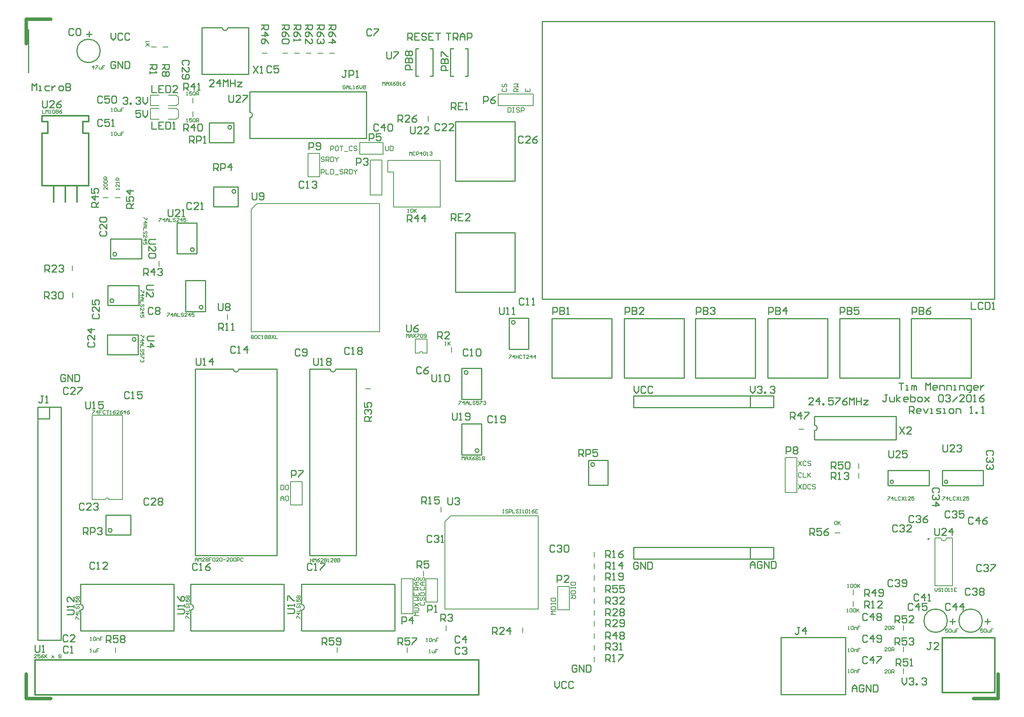
<source format=gto>
%FSLAX25Y25*%
%MOIN*%
G70*
G01*
G75*
%ADD10R,0.04331X0.05512*%
%ADD11R,0.08071X0.01772*%
%ADD12R,0.08071X0.01772*%
%ADD13R,0.05512X0.04331*%
%ADD14O,0.08000X0.01600*%
%ADD15O,0.01575X0.07480*%
%ADD16R,0.05118X0.03937*%
%ADD17R,0.03937X0.05118*%
%ADD18O,0.07480X0.01575*%
%ADD19R,0.07480X0.07087*%
%ADD20R,0.05315X0.01575*%
%ADD21R,0.06299X0.08268*%
%ADD22R,0.07480X0.07480*%
%ADD23O,0.02559X0.06693*%
%ADD24R,0.04000X0.02600*%
%ADD25R,0.05512X0.03937*%
%ADD26R,0.05906X0.05906*%
%ADD27O,0.07087X0.01575*%
%ADD28R,0.03500X0.05000*%
%ADD29R,0.05000X0.05000*%
%ADD30C,0.03000*%
%ADD31C,0.00700*%
%ADD32C,0.00800*%
%ADD33C,0.01000*%
%ADD34R,0.05906X0.05906*%
%ADD35C,0.05906*%
%ADD36C,0.04724*%
%ADD37R,0.04724X0.04724*%
%ADD38C,0.06000*%
%ADD39C,0.04000*%
%ADD40R,0.04000X0.04000*%
%ADD41R,0.05000X0.05000*%
%ADD42C,0.05000*%
%ADD43R,0.06500X0.06500*%
%ADD44C,0.06500*%
%ADD45C,0.12000*%
%ADD46C,0.14000*%
%ADD47R,0.06000X0.06000*%
%ADD48C,0.06693*%
%ADD49C,0.06299*%
%ADD50R,0.04000X0.04000*%
%ADD51C,0.15748*%
%ADD52R,0.06000X0.06000*%
%ADD53C,0.06200*%
%ADD54R,0.06200X0.06200*%
%ADD55C,0.08400*%
%ADD56C,0.10600*%
%ADD57C,0.12500*%
%ADD58C,0.00984*%
%ADD59C,0.00787*%
%ADD60C,0.01200*%
%ADD61C,0.00600*%
D30*
X98500Y98500D02*
Y119500D01*
X931500Y98500D02*
Y119500D01*
X98500Y660500D02*
Y681500D01*
Y98500D02*
X119500D01*
X910500D02*
X931500D01*
X98500Y681500D02*
X119500D01*
D31*
X351500Y548500D02*
Y552499D01*
X353499D01*
X354166Y551832D01*
Y550499D01*
X353499Y549833D01*
X351500D01*
X355499Y552499D02*
Y548500D01*
X358165D01*
X359497Y552499D02*
Y548500D01*
X361497D01*
X362163Y549166D01*
Y551832D01*
X361497Y552499D01*
X359497D01*
X363496Y547834D02*
X366162D01*
X370161Y551832D02*
X369494Y552499D01*
X368161D01*
X367495Y551832D01*
Y551166D01*
X368161Y550499D01*
X369494D01*
X370161Y549833D01*
Y549166D01*
X369494Y548500D01*
X368161D01*
X367495Y549166D01*
X371494Y548500D02*
Y552499D01*
X373493D01*
X374159Y551832D01*
Y550499D01*
X373493Y549833D01*
X371494D01*
X372827D02*
X374159Y548500D01*
X375492Y552499D02*
Y548500D01*
X377492D01*
X378158Y549166D01*
Y551832D01*
X377492Y552499D01*
X375492D01*
X379491D02*
Y551832D01*
X380824Y550499D01*
X382157Y551832D01*
Y552499D01*
X380824Y550499D02*
Y548500D01*
X354166Y562332D02*
X353499Y562999D01*
X352166D01*
X351500Y562332D01*
Y561666D01*
X352166Y560999D01*
X353499D01*
X354166Y560333D01*
Y559666D01*
X353499Y559000D01*
X352166D01*
X351500Y559666D01*
X355499Y559000D02*
Y562999D01*
X357498D01*
X358165Y562332D01*
Y560999D01*
X357498Y560333D01*
X355499D01*
X356832D02*
X358165Y559000D01*
X359497Y562999D02*
Y559000D01*
X361497D01*
X362163Y559666D01*
Y562332D01*
X361497Y562999D01*
X359497D01*
X363496D02*
Y562332D01*
X364829Y560999D01*
X366162Y562332D01*
Y562999D01*
X364829Y560999D02*
Y559000D01*
X359500Y568500D02*
Y572499D01*
X361499D01*
X362166Y571832D01*
Y570499D01*
X361499Y569833D01*
X359500D01*
X365498Y572499D02*
X364165D01*
X363499Y571832D01*
Y569166D01*
X364165Y568500D01*
X365498D01*
X366164Y569166D01*
Y571832D01*
X365498Y572499D01*
X367497D02*
X370163D01*
X368830D01*
Y568500D01*
X371496Y567834D02*
X374162D01*
X378161Y571832D02*
X377494Y572499D01*
X376161D01*
X375495Y571832D01*
Y569166D01*
X376161Y568500D01*
X377494D01*
X378161Y569166D01*
X382159Y571832D02*
X381493Y572499D01*
X380160D01*
X379494Y571832D01*
Y571166D01*
X380160Y570499D01*
X381493D01*
X382159Y569833D01*
Y569166D01*
X381493Y568500D01*
X380160D01*
X379494Y569166D01*
D32*
X169500Y269000D02*
G03*
X166500Y269000I-1500J0D01*
G01*
X438527Y394531D02*
G03*
X435575Y394531I-1476J0D01*
G01*
X155000Y341500D02*
X181000D01*
X155000Y269000D02*
X166500D01*
X169500D02*
X181000D01*
X155000D02*
Y341500D01*
X181000Y269000D02*
Y341500D01*
X291500Y518000D02*
X296500Y523000D01*
X401500Y413000D02*
Y523000D01*
X291500Y417000D02*
Y518000D01*
Y413000D02*
Y417000D01*
X296500Y523000D02*
X401500D01*
X291500Y413000D02*
X401500D01*
X457500Y250000D02*
X462500Y255000D01*
X537500Y175000D02*
Y255000D01*
X457500Y175000D02*
Y250000D01*
X462500Y255000D02*
X537500D01*
X457500Y175000D02*
X537500D01*
X438528Y394532D02*
X441973D01*
X432130Y406736D02*
X441973D01*
X432130Y394532D02*
X435575D01*
X441973D02*
Y406736D01*
X432130Y394532D02*
Y406736D01*
X760500Y281999D02*
X763166Y278000D01*
Y281999D02*
X760500Y278000D01*
X764499Y281999D02*
Y278000D01*
X766498D01*
X767165Y278666D01*
Y281332D01*
X766498Y281999D01*
X764499D01*
X771163Y281332D02*
X770497Y281999D01*
X769164D01*
X768497Y281332D01*
Y278666D01*
X769164Y278000D01*
X770497D01*
X771163Y278666D01*
X775162Y281332D02*
X774496Y281999D01*
X773163D01*
X772496Y281332D01*
Y280666D01*
X773163Y279999D01*
X774496D01*
X775162Y279333D01*
Y278666D01*
X774496Y278000D01*
X773163D01*
X772496Y278666D01*
X763166Y291332D02*
X762499Y291999D01*
X761166D01*
X760500Y291332D01*
Y288666D01*
X761166Y288000D01*
X762499D01*
X763166Y288666D01*
X764499Y291999D02*
Y288000D01*
X767165D01*
X768497Y291999D02*
Y288000D01*
Y289333D01*
X771163Y291999D01*
X769164Y289999D01*
X771163Y288000D01*
X760500Y301999D02*
X763166Y298000D01*
Y301999D02*
X760500Y298000D01*
X767165Y301332D02*
X766498Y301999D01*
X765165D01*
X764499Y301332D01*
Y298666D01*
X765165Y298000D01*
X766498D01*
X767165Y298666D01*
X771163Y301332D02*
X770497Y301999D01*
X769164D01*
X768497Y301332D01*
Y300666D01*
X769164Y299999D01*
X770497D01*
X771163Y299333D01*
Y298666D01*
X770497Y298000D01*
X769164D01*
X768497Y298666D01*
X316700Y268000D02*
Y270666D01*
X318033Y271999D01*
X319366Y270666D01*
Y268000D01*
Y269999D01*
X316700D01*
X320699Y271332D02*
X321365Y271999D01*
X322698D01*
X323364Y271332D01*
Y268666D01*
X322698Y268000D01*
X321365D01*
X320699Y268666D01*
Y271332D01*
X316700Y281499D02*
Y277500D01*
X318699D01*
X319366Y278166D01*
Y280832D01*
X318699Y281499D01*
X316700D01*
X320699Y280832D02*
X321365Y281499D01*
X322698D01*
X323364Y280832D01*
Y278166D01*
X322698Y277500D01*
X321365D01*
X320699Y278166D01*
Y280832D01*
X511500Y605499D02*
Y601500D01*
X513499D01*
X514166Y602166D01*
Y604832D01*
X513499Y605499D01*
X511500D01*
X515499D02*
X516832D01*
X516165D01*
Y601500D01*
X515499D01*
X516832D01*
X521497Y604832D02*
X520830Y605499D01*
X519497D01*
X518831Y604832D01*
Y604166D01*
X519497Y603499D01*
X520830D01*
X521497Y602833D01*
Y602166D01*
X520830Y601500D01*
X519497D01*
X518831Y602166D01*
X522830Y601500D02*
Y605499D01*
X524829D01*
X525495Y604832D01*
Y603499D01*
X524829Y602833D01*
X522830D01*
X526501Y621666D02*
Y619000D01*
X530500D01*
Y621666D01*
X528501Y619000D02*
Y620333D01*
X520500Y619000D02*
X516501D01*
Y620999D01*
X517168Y621666D01*
X518501D01*
X519167Y620999D01*
Y619000D01*
Y620333D02*
X520500Y621666D01*
X516501Y622999D02*
X520500D01*
X519167Y624332D01*
X520500Y625665D01*
X516501D01*
X507168Y621666D02*
X506501Y620999D01*
Y619666D01*
X507168Y619000D01*
X509834D01*
X510500Y619666D01*
Y620999D01*
X509834Y621666D01*
X507168Y625665D02*
X506501Y624998D01*
Y623665D01*
X507168Y622999D01*
X507834D01*
X508501Y623665D01*
Y624998D01*
X509167Y625665D01*
X509834D01*
X510500Y624998D01*
Y623665D01*
X509834Y622999D01*
X552499Y184500D02*
X548500D01*
Y182501D01*
X549166Y181834D01*
X551832D01*
X552499Y182501D01*
Y184500D01*
Y180501D02*
Y179168D01*
Y179835D01*
X548500D01*
Y180501D01*
Y179168D01*
X552499Y175170D02*
Y176503D01*
X551832Y177169D01*
X549166D01*
X548500Y176503D01*
Y175170D01*
X549166Y174503D01*
X551832D01*
X552499Y175170D01*
Y173170D02*
X548500D01*
X549833Y171837D01*
X548500Y170504D01*
X552499D01*
X569499Y198000D02*
X565500D01*
Y196001D01*
X566166Y195334D01*
X568832D01*
X569499Y196001D01*
Y198000D01*
Y194001D02*
Y192668D01*
Y193335D01*
X565500D01*
Y194001D01*
Y192668D01*
X569499Y188670D02*
Y190003D01*
X568832Y190669D01*
X566166D01*
X565500Y190003D01*
Y188670D01*
X566166Y188003D01*
X568832D01*
X569499Y188670D01*
X565500Y186670D02*
X569499D01*
Y184671D01*
X568832Y184004D01*
X567499D01*
X566833Y184671D01*
Y186670D01*
Y185337D02*
X565500Y184004D01*
X435000Y169500D02*
X431001D01*
X432334Y170833D01*
X431001Y172166D01*
X435000D01*
X431001Y173499D02*
X434334D01*
X435000Y174165D01*
Y175498D01*
X434334Y176164D01*
X431001D01*
Y177497D02*
X435000Y180163D01*
X431001D02*
X435000Y177497D01*
X431001Y182500D02*
X435000D01*
X433667Y183833D01*
X435000Y185166D01*
X431001D01*
Y189164D02*
Y186499D01*
X435000D01*
Y189164D01*
X433001Y186499D02*
Y187832D01*
X435000Y191500D02*
X431001D01*
Y193499D01*
X431668Y194166D01*
X433001D01*
X433667Y193499D01*
Y191500D01*
Y192833D02*
X435000Y194166D01*
Y195499D02*
X432334D01*
X431001Y196832D01*
X432334Y198164D01*
X435000D01*
X433001D01*
Y195499D01*
X431668Y202163D02*
X431001Y201497D01*
Y200164D01*
X431668Y199497D01*
X432334D01*
X433001Y200164D01*
Y201497D01*
X433667Y202163D01*
X434334D01*
X435000Y201497D01*
Y200164D01*
X434334Y199497D01*
X436668Y181166D02*
X436001Y180499D01*
Y179166D01*
X436668Y178500D01*
X439334D01*
X440000Y179166D01*
Y180499D01*
X439334Y181166D01*
X436668Y185164D02*
X436001Y184498D01*
Y183165D01*
X436668Y182499D01*
X437334D01*
X438001Y183165D01*
Y184498D01*
X438667Y185164D01*
X439334D01*
X440000Y184498D01*
Y183165D01*
X439334Y182499D01*
X436668Y186497D02*
X436001Y187164D01*
Y188497D01*
X436668Y189163D01*
X439334D01*
X440000Y188497D01*
Y187164D01*
X439334Y186497D01*
X436668D01*
Y194166D02*
X436001Y193499D01*
Y192166D01*
X436668Y191500D01*
X439334D01*
X440000Y192166D01*
Y193499D01*
X439334Y194166D01*
X440000Y195499D02*
X437334D01*
X436001Y196832D01*
X437334Y198164D01*
X440000D01*
X438001D01*
Y195499D01*
X436668Y202163D02*
X436001Y201497D01*
Y200164D01*
X436668Y199497D01*
X437334D01*
X438001Y200164D01*
Y201497D01*
X438667Y202163D01*
X439334D01*
X440000Y201497D01*
Y200164D01*
X439334Y199497D01*
X406500Y572499D02*
Y569166D01*
X407166Y568500D01*
X408499D01*
X409166Y569166D01*
Y572499D01*
X410499D02*
Y568500D01*
X412498D01*
X413165Y569166D01*
Y571832D01*
X412498Y572499D01*
X410499D01*
D33*
X172092Y242555D02*
G03*
X172092Y242555I-1623J0D01*
G01*
X266500Y674000D02*
G03*
X271500Y674000I2500J0D01*
G01*
X774000Y328000D02*
G03*
X774000Y333000I0J2500D01*
G01*
X274655Y588445D02*
G03*
X274655Y588445I-1623J0D01*
G01*
X585678Y299031D02*
G03*
X585678Y299031I-1623J0D01*
G01*
X278155Y533445D02*
G03*
X278155Y533445I-1623J0D01*
G01*
X276000Y381000D02*
G03*
X281000Y381000I2500J0D01*
G01*
X841902Y284221D02*
G03*
X841902Y284221I-1414J0D01*
G01*
X486568Y310968D02*
G03*
X486568Y310968I-1623J0D01*
G01*
X173592Y439555D02*
G03*
X173592Y439555I-1623J0D01*
G01*
X176092Y479555D02*
G03*
X176092Y479555I-1623J0D01*
G01*
X192655Y406445D02*
G03*
X192655Y406445I-1623J0D01*
G01*
X162000Y654000D02*
G03*
X162000Y654000I-10000J0D01*
G01*
X918000Y165000D02*
G03*
X918000Y165000I-10000J0D01*
G01*
X888000D02*
G03*
X888000Y165000I-10000J0D01*
G01*
X517678Y421032D02*
G03*
X517678Y421032I-1623J0D01*
G01*
X359000Y381000D02*
G03*
X364000Y381000I2500J0D01*
G01*
X250068Y433968D02*
G03*
X250068Y433968I-1623J0D01*
G01*
X888402Y284221D02*
G03*
X888402Y284221I-1414J0D01*
G01*
X290000Y596500D02*
G03*
X290000Y601500I0J2500D01*
G01*
X242568Y483468D02*
G03*
X242568Y483468I-1623J0D01*
G01*
X477178Y378031D02*
G03*
X477178Y378031I-1623J0D01*
G01*
X145000Y174000D02*
G03*
X145000Y179000I0J2500D01*
G01*
X239500Y174000D02*
G03*
X239500Y179000I0J2500D01*
G01*
X334500Y174000D02*
G03*
X334500Y179000I0J2500D01*
G01*
X166925Y255744D02*
X187988D01*
X166925Y238815D02*
X187988D01*
X166925D02*
Y255744D01*
X187988Y238815D02*
Y255744D01*
X249000Y674000D02*
X266500D01*
X271500D02*
X289000D01*
X249000Y634000D02*
X289000D01*
Y674000D01*
X249000Y634000D02*
Y674000D01*
X774000Y320500D02*
Y328000D01*
Y333000D02*
Y340500D01*
X844000Y320500D02*
Y340500D01*
X774000D02*
X844000D01*
X774000Y320500D02*
X844000D01*
X745555Y150748D02*
X800673D01*
X745555Y101536D02*
X800673D01*
Y150748D01*
X745555Y101536D02*
Y150748D01*
X719000Y218000D02*
X739000D01*
Y228000D01*
X719000D02*
X739000D01*
X719000Y358000D02*
X739000D01*
Y348000D02*
Y358000D01*
X719000Y348000D02*
X739000D01*
X719000D02*
Y358000D01*
X619000Y348000D02*
Y358000D01*
Y348000D02*
X719000D01*
X619000Y358000D02*
X719000D01*
Y218000D02*
Y228000D01*
X619000Y218000D02*
Y228000D01*
X719000D01*
X619000Y218000D02*
X719000D01*
X255512Y575256D02*
X276575D01*
X255512Y592185D02*
X276575D01*
Y575256D02*
Y592185D01*
X255512Y575256D02*
Y592185D01*
X597244Y281512D02*
Y302575D01*
X580315Y281512D02*
Y302575D01*
X597244D01*
X580315Y281512D02*
X597244D01*
X259012Y520256D02*
X280075D01*
X259012Y537185D02*
X280075D01*
Y520256D02*
Y537185D01*
X259012Y520256D02*
Y537185D01*
X100532Y635492D02*
Y672500D01*
X243500Y221000D02*
Y381000D01*
X313500Y221000D02*
Y381000D01*
X243500Y221000D02*
X313500D01*
X281000Y381000D02*
X313500D01*
X243500D02*
X276000D01*
X872299Y280874D02*
Y293866D01*
X837142Y280874D02*
X872299D01*
X837142D02*
Y293866D01*
X872299D01*
X466500Y447000D02*
Y498000D01*
X517500Y447000D02*
Y498000D01*
X466500D02*
X517500D01*
X466500Y447000D02*
X517500D01*
X857252Y373252D02*
X908433D01*
Y424433D01*
X857252D02*
X908433D01*
X857252Y373252D02*
Y424433D01*
X795752Y373252D02*
X846933D01*
Y424433D01*
X795752D02*
X846933D01*
X795752Y373252D02*
Y424433D01*
X734252Y373252D02*
X785433D01*
Y424433D01*
X734252D02*
X785433D01*
X734252Y373252D02*
Y424433D01*
X672252Y373252D02*
X723433D01*
Y424433D01*
X672252D02*
X723433D01*
X672252Y373252D02*
Y424433D01*
X466500Y542500D02*
Y593500D01*
X517500Y542500D02*
Y593500D01*
X466500D02*
X517500D01*
X466500Y542500D02*
X517500D01*
X611252Y373252D02*
X662433D01*
Y424433D01*
X611252D02*
X662433D01*
X611252Y373252D02*
Y424433D01*
X471756Y334000D02*
X488685D01*
X471756Y307425D02*
X488685D01*
Y334000D01*
X471756Y307425D02*
Y334000D01*
X549252Y373252D02*
X600433D01*
Y424433D01*
X549252D02*
X600433D01*
X549252Y373252D02*
Y424433D01*
X195000Y435815D02*
Y452744D01*
X168425Y435815D02*
Y452744D01*
Y435815D02*
X195000D01*
X168425Y452744D02*
X195000D01*
X197500Y475815D02*
Y492744D01*
X170925Y475815D02*
Y492744D01*
Y475815D02*
X197500D01*
X170925Y492744D02*
X197500D01*
X168000Y393256D02*
Y410185D01*
X194575Y393256D02*
Y410185D01*
X168000D02*
X194575D01*
X168000Y393256D02*
X194575D01*
X432276Y632441D02*
X434638D01*
X432276Y656063D02*
X434638D01*
X432276Y632441D02*
Y656063D01*
X444874D02*
X447236D01*
X444874Y632441D02*
X447236D01*
Y656063D01*
X474862Y656059D02*
X477224D01*
X474862Y632437D02*
X477224D01*
Y656059D01*
X462264Y632437D02*
X464626D01*
X462264Y656059D02*
X464626D01*
X462264Y632437D02*
Y656059D01*
X529244Y398000D02*
Y424575D01*
X512315Y398000D02*
Y424575D01*
X529244D01*
X512315Y398000D02*
X529244D01*
X341500Y221000D02*
Y381000D01*
X381500Y221000D02*
Y381000D01*
X341500Y221000D02*
X381500D01*
X341500Y381000D02*
X359000D01*
X364000D02*
X381500D01*
X108500Y338500D02*
X118500D01*
X108500Y348500D02*
X128500D01*
X108500Y148500D02*
X128500D01*
Y348500D01*
X108500Y148500D02*
Y348500D01*
X118500Y338500D02*
Y348500D01*
X235256Y457000D02*
X252185D01*
X235256Y430425D02*
X252185D01*
Y457000D01*
X235256Y430425D02*
Y457000D01*
X918799Y280874D02*
Y293866D01*
X883642Y280874D02*
X918799D01*
X883642D02*
Y293866D01*
X918799D01*
X290000Y579000D02*
X390000D01*
X290000Y619000D02*
X390000D01*
Y579000D02*
Y619000D01*
X290000Y601500D02*
Y619000D01*
Y579000D02*
Y596500D01*
X928425Y441153D02*
Y679343D01*
X540630Y441153D02*
X928425D01*
X540630D02*
Y679343D01*
X928425D01*
X227756Y506500D02*
X244685D01*
X227756Y479925D02*
X244685D01*
Y506500D01*
X227756Y479925D02*
Y506500D01*
X471815Y355000D02*
X488744D01*
X471815Y381575D02*
X488744D01*
X471815Y355000D02*
Y381575D01*
X488744Y355000D02*
Y381575D01*
X145000Y156500D02*
X225000D01*
X145000Y196500D02*
X225000D01*
Y156500D02*
Y196500D01*
X145000Y179000D02*
Y196500D01*
Y156500D02*
Y174000D01*
X239500Y156500D02*
X319500D01*
X239500Y196500D02*
X319500D01*
Y156500D02*
Y196500D01*
X239500Y179000D02*
Y196500D01*
Y156500D02*
Y174000D01*
X334500Y156500D02*
X414500D01*
X334500Y196500D02*
X414500D01*
Y156500D02*
Y196500D01*
X334500Y179000D02*
Y196500D01*
Y156500D02*
Y174000D01*
X863499Y186998D02*
X862499Y187998D01*
X860500D01*
X859500Y186998D01*
Y183000D01*
X860500Y182000D01*
X862499D01*
X863499Y183000D01*
X868497Y182000D02*
Y187998D01*
X865498Y184999D01*
X869497D01*
X871496Y182000D02*
X873495D01*
X872496D01*
Y187998D01*
X871496Y186998D01*
X877000Y244498D02*
Y239500D01*
X878000Y238500D01*
X879999D01*
X880999Y239500D01*
Y244498D01*
X886997Y238500D02*
X882998D01*
X886997Y242499D01*
Y243498D01*
X885997Y244498D01*
X883998D01*
X882998Y243498D01*
X891995Y238500D02*
Y244498D01*
X888996Y241499D01*
X892995D01*
X207249Y432848D02*
X206249Y433848D01*
X204250D01*
X203250Y432848D01*
Y428850D01*
X204250Y427850D01*
X206249D01*
X207249Y428850D01*
X209248Y432848D02*
X210248Y433848D01*
X212247D01*
X213247Y432848D01*
Y431849D01*
X212247Y430849D01*
X213247Y429849D01*
Y428850D01*
X212247Y427850D01*
X210248D01*
X209248Y428850D01*
Y429849D01*
X210248Y430849D01*
X209248Y431849D01*
Y432848D01*
X210248Y430849D02*
X212247D01*
X239999Y522998D02*
X238999Y523998D01*
X237000D01*
X236000Y522998D01*
Y519000D01*
X237000Y518000D01*
X238999D01*
X239999Y519000D01*
X245997Y518000D02*
X241998D01*
X245997Y521999D01*
Y522998D01*
X244997Y523998D01*
X242998D01*
X241998Y522998D01*
X247996Y518000D02*
X249995D01*
X248996D01*
Y523998D01*
X247996Y522998D01*
X524499Y579998D02*
X523499Y580998D01*
X521500D01*
X520500Y579998D01*
Y576000D01*
X521500Y575000D01*
X523499D01*
X524499Y576000D01*
X530497Y575000D02*
X526498D01*
X530497Y578999D01*
Y579998D01*
X529497Y580998D01*
X527498D01*
X526498Y579998D01*
X536495Y580998D02*
X534495Y579998D01*
X532496Y577999D01*
Y576000D01*
X533496Y575000D01*
X535495D01*
X536495Y576000D01*
Y576999D01*
X535495Y577999D01*
X532496D01*
X308799Y640298D02*
X307799Y641298D01*
X305800D01*
X304800Y640298D01*
Y636300D01*
X305800Y635300D01*
X307799D01*
X308799Y636300D01*
X314797Y641298D02*
X310798D01*
Y638299D01*
X312797Y639299D01*
X313797D01*
X314797Y638299D01*
Y636300D01*
X313797Y635300D01*
X311798D01*
X310798Y636300D01*
X340650Y569350D02*
Y575348D01*
X343649D01*
X344649Y574348D01*
Y572349D01*
X343649Y571349D01*
X340650D01*
X346648Y570350D02*
X347648Y569350D01*
X349647D01*
X350647Y570350D01*
Y574348D01*
X349647Y575348D01*
X347648D01*
X346648Y574348D01*
Y573349D01*
X347648Y572349D01*
X350647D01*
X749650Y308350D02*
Y314348D01*
X752649D01*
X753649Y313348D01*
Y311349D01*
X752649Y310349D01*
X749650D01*
X755648Y313348D02*
X756648Y314348D01*
X758647D01*
X759647Y313348D01*
Y312349D01*
X758647Y311349D01*
X759647Y310349D01*
Y309350D01*
X758647Y308350D01*
X756648D01*
X755648Y309350D01*
Y310349D01*
X756648Y311349D01*
X755648Y312349D01*
Y313348D01*
X756648Y311349D02*
X758647D01*
X325650Y287850D02*
Y293848D01*
X328649D01*
X329649Y292848D01*
Y290849D01*
X328649Y289849D01*
X325650D01*
X331648Y293848D02*
X335647D01*
Y292848D01*
X331648Y288850D01*
Y287850D01*
X490500Y609000D02*
Y614998D01*
X493499D01*
X494499Y613998D01*
Y611999D01*
X493499Y610999D01*
X490500D01*
X500497Y614998D02*
X498497Y613998D01*
X496498Y611999D01*
Y610000D01*
X497498Y609000D01*
X499497D01*
X500497Y610000D01*
Y610999D01*
X499497Y611999D01*
X496498D01*
X392500Y577000D02*
Y582998D01*
X395499D01*
X396499Y581998D01*
Y579999D01*
X395499Y578999D01*
X392500D01*
X402497Y582998D02*
X398498D01*
Y579999D01*
X400497Y580999D01*
X401497D01*
X402497Y579999D01*
Y578000D01*
X401497Y577000D01*
X399498D01*
X398498Y578000D01*
X420500Y162500D02*
Y168498D01*
X423499D01*
X424499Y167498D01*
Y165499D01*
X423499Y164499D01*
X420500D01*
X429497Y162500D02*
Y168498D01*
X426498Y165499D01*
X430497D01*
X553500Y198000D02*
Y203998D01*
X556499D01*
X557499Y202998D01*
Y200999D01*
X556499Y199999D01*
X553500D01*
X563497Y198000D02*
X559498D01*
X563497Y201999D01*
Y202998D01*
X562497Y203998D01*
X560498D01*
X559498Y202998D01*
X442500Y172500D02*
Y178498D01*
X445499D01*
X446499Y177498D01*
Y175499D01*
X445499Y174499D01*
X442500D01*
X448498Y172500D02*
X450497D01*
X449498D01*
Y178498D01*
X448498Y177498D01*
X106000Y143998D02*
Y139000D01*
X107000Y138000D01*
X108999D01*
X109999Y139000D01*
Y143998D01*
X111998Y138000D02*
X113997D01*
X112998D01*
Y143998D01*
X111998Y142998D01*
X272000Y615998D02*
Y611000D01*
X273000Y610000D01*
X274999D01*
X275999Y611000D01*
Y615998D01*
X281997Y610000D02*
X277998D01*
X281997Y613999D01*
Y614998D01*
X280997Y615998D01*
X278998D01*
X277998Y614998D01*
X283996Y615998D02*
X287995D01*
Y614998D01*
X283996Y611000D01*
Y610000D01*
X357665Y676500D02*
X363663D01*
Y673501D01*
X362664Y672501D01*
X360664D01*
X359665Y673501D01*
Y676500D01*
Y674501D02*
X357665Y672501D01*
X363663Y666503D02*
X362664Y668503D01*
X360664Y670502D01*
X358665D01*
X357665Y669502D01*
Y667503D01*
X358665Y666503D01*
X359665D01*
X360664Y667503D01*
Y670502D01*
X357665Y661505D02*
X363663D01*
X360664Y664504D01*
Y660505D01*
X347665Y676500D02*
X353663D01*
Y673501D01*
X352664Y672501D01*
X350664D01*
X349665Y673501D01*
Y676500D01*
Y674501D02*
X347665Y672501D01*
X353663Y666503D02*
X352664Y668503D01*
X350664Y670502D01*
X348665D01*
X347665Y669502D01*
Y667503D01*
X348665Y666503D01*
X349665D01*
X350664Y667503D01*
Y670502D01*
X352664Y664504D02*
X353663Y663504D01*
Y661505D01*
X352664Y660505D01*
X351664D01*
X350664Y661505D01*
Y662504D01*
Y661505D01*
X349665Y660505D01*
X348665D01*
X347665Y661505D01*
Y663504D01*
X348665Y664504D01*
X337665Y676500D02*
X343663D01*
Y673501D01*
X342664Y672501D01*
X340664D01*
X339665Y673501D01*
Y676500D01*
Y674501D02*
X337665Y672501D01*
X343663Y666503D02*
X342664Y668503D01*
X340664Y670502D01*
X338665D01*
X337665Y669502D01*
Y667503D01*
X338665Y666503D01*
X339665D01*
X340664Y667503D01*
Y670502D01*
X337665Y660505D02*
Y664504D01*
X341664Y660505D01*
X342664D01*
X343663Y661505D01*
Y663504D01*
X342664Y664504D01*
X327665Y676500D02*
X333663D01*
Y673501D01*
X332664Y672501D01*
X330664D01*
X329665Y673501D01*
Y676500D01*
Y674501D02*
X327665Y672501D01*
X333663Y666503D02*
X332664Y668503D01*
X330664Y670502D01*
X328665D01*
X327665Y669502D01*
Y667503D01*
X328665Y666503D01*
X329665D01*
X330664Y667503D01*
Y670502D01*
X327665Y664504D02*
Y662504D01*
Y663504D01*
X333663D01*
X332664Y664504D01*
X317665Y676500D02*
X323663D01*
Y673501D01*
X322664Y672501D01*
X320664D01*
X319665Y673501D01*
Y676500D01*
Y674501D02*
X317665Y672501D01*
X323663Y666503D02*
X322664Y668503D01*
X320664Y670502D01*
X318665D01*
X317665Y669502D01*
Y667503D01*
X318665Y666503D01*
X319665D01*
X320664Y667503D01*
Y670502D01*
X322664Y664504D02*
X323663Y663504D01*
Y661505D01*
X322664Y660505D01*
X318665D01*
X317665Y661505D01*
Y663504D01*
X318665Y664504D01*
X322664D01*
X595000Y189500D02*
Y195498D01*
X597999D01*
X598999Y194498D01*
Y192499D01*
X597999Y191499D01*
X595000D01*
X596999D02*
X598999Y189500D01*
X604997Y195498D02*
X600998D01*
Y192499D01*
X602997Y193499D01*
X603997D01*
X604997Y192499D01*
Y190500D01*
X603997Y189500D01*
X601998D01*
X600998Y190500D01*
X610995Y195498D02*
X606996D01*
Y192499D01*
X608995Y193499D01*
X609995D01*
X610995Y192499D01*
Y190500D01*
X609995Y189500D01*
X607996D01*
X606996Y190500D01*
X595000Y149500D02*
Y155498D01*
X597999D01*
X598999Y154498D01*
Y152499D01*
X597999Y151499D01*
X595000D01*
X596999D02*
X598999Y149500D01*
X603997D02*
Y155498D01*
X600998Y152499D01*
X604997D01*
X606996Y154498D02*
X607996Y155498D01*
X609995D01*
X610995Y154498D01*
Y153499D01*
X609995Y152499D01*
X610995Y151499D01*
Y150500D01*
X609995Y149500D01*
X607996D01*
X606996Y150500D01*
Y151499D01*
X607996Y152499D01*
X606996Y153499D01*
Y154498D01*
X607996Y152499D02*
X609995D01*
X595000Y179500D02*
Y185498D01*
X597999D01*
X598999Y184498D01*
Y182499D01*
X597999Y181499D01*
X595000D01*
X596999D02*
X598999Y179500D01*
X600998Y184498D02*
X601998Y185498D01*
X603997D01*
X604997Y184498D01*
Y183499D01*
X603997Y182499D01*
X602997D01*
X603997D01*
X604997Y181499D01*
Y180500D01*
X603997Y179500D01*
X601998D01*
X600998Y180500D01*
X610995Y179500D02*
X606996D01*
X610995Y183499D01*
Y184498D01*
X609995Y185498D01*
X607996D01*
X606996Y184498D01*
X595000Y140000D02*
Y145998D01*
X597999D01*
X598999Y144998D01*
Y142999D01*
X597999Y141999D01*
X595000D01*
X596999D02*
X598999Y140000D01*
X600998Y144998D02*
X601998Y145998D01*
X603997D01*
X604997Y144998D01*
Y143999D01*
X603997Y142999D01*
X602997D01*
X603997D01*
X604997Y141999D01*
Y141000D01*
X603997Y140000D01*
X601998D01*
X600998Y141000D01*
X606996Y140000D02*
X608995D01*
X607996D01*
Y145998D01*
X606996Y144998D01*
X595000Y160000D02*
Y165998D01*
X597999D01*
X598999Y164998D01*
Y162999D01*
X597999Y161999D01*
X595000D01*
X596999D02*
X598999Y160000D01*
X604997D02*
X600998D01*
X604997Y163999D01*
Y164998D01*
X603997Y165998D01*
X601998D01*
X600998Y164998D01*
X606996Y161000D02*
X607996Y160000D01*
X609995D01*
X610995Y161000D01*
Y164998D01*
X609995Y165998D01*
X607996D01*
X606996Y164998D01*
Y163999D01*
X607996Y162999D01*
X610995D01*
X595000Y169500D02*
Y175498D01*
X597999D01*
X598999Y174498D01*
Y172499D01*
X597999Y171499D01*
X595000D01*
X596999D02*
X598999Y169500D01*
X604997D02*
X600998D01*
X604997Y173499D01*
Y174498D01*
X603997Y175498D01*
X601998D01*
X600998Y174498D01*
X606996D02*
X607996Y175498D01*
X609995D01*
X610995Y174498D01*
Y173499D01*
X609995Y172499D01*
X610995Y171499D01*
Y170500D01*
X609995Y169500D01*
X607996D01*
X606996Y170500D01*
Y171499D01*
X607996Y172499D01*
X606996Y173499D01*
Y174498D01*
X607996Y172499D02*
X609995D01*
X400499Y590498D02*
X399499Y591498D01*
X397500D01*
X396500Y590498D01*
Y586500D01*
X397500Y585500D01*
X399499D01*
X400499Y586500D01*
X405497Y585500D02*
Y591498D01*
X402498Y588499D01*
X406497D01*
X408496Y590498D02*
X409496Y591498D01*
X411495D01*
X412495Y590498D01*
Y586500D01*
X411495Y585500D01*
X409496D01*
X408496Y586500D01*
Y590498D01*
X103500Y620000D02*
Y625998D01*
X105499Y623999D01*
X107499Y625998D01*
Y620000D01*
X109498D02*
X111497D01*
X110498D01*
Y623999D01*
X109498D01*
X118495D02*
X115496D01*
X114496Y622999D01*
Y621000D01*
X115496Y620000D01*
X118495D01*
X120494Y623999D02*
Y620000D01*
Y621999D01*
X121494Y622999D01*
X122494Y623999D01*
X123494D01*
X127492Y620000D02*
X129492D01*
X130491Y621000D01*
Y622999D01*
X129492Y623999D01*
X127492D01*
X126493Y622999D01*
Y621000D01*
X127492Y620000D01*
X132491Y625998D02*
Y620000D01*
X135490D01*
X136489Y621000D01*
Y621999D01*
X135490Y622999D01*
X132491D01*
X135490D01*
X136489Y623999D01*
Y624998D01*
X135490Y625998D01*
X132491D01*
X138999Y672498D02*
X137999Y673498D01*
X136000D01*
X135000Y672498D01*
Y668500D01*
X136000Y667500D01*
X137999D01*
X138999Y668500D01*
X140998Y672498D02*
X141998Y673498D01*
X143997D01*
X144997Y672498D01*
Y668500D01*
X143997Y667500D01*
X141998D01*
X140998Y668500D01*
Y672498D01*
X134499Y142498D02*
X133499Y143498D01*
X131500D01*
X130500Y142498D01*
Y138500D01*
X131500Y137500D01*
X133499D01*
X134499Y138500D01*
X136498Y137500D02*
X138497D01*
X137498D01*
Y143498D01*
X136498Y142498D01*
X469999Y141498D02*
X468999Y142498D01*
X467000D01*
X466000Y141498D01*
Y137500D01*
X467000Y136500D01*
X468999D01*
X469999Y137500D01*
X471998Y141498D02*
X472998Y142498D01*
X474997D01*
X475997Y141498D01*
Y140499D01*
X474997Y139499D01*
X473997D01*
X474997D01*
X475997Y138499D01*
Y137500D01*
X474997Y136500D01*
X472998D01*
X471998Y137500D01*
X469999Y150998D02*
X468999Y151998D01*
X467000D01*
X466000Y150998D01*
Y147000D01*
X467000Y146000D01*
X468999D01*
X469999Y147000D01*
X474997Y146000D02*
Y151998D01*
X471998Y148999D01*
X475997D01*
X436999Y381998D02*
X435999Y382998D01*
X434000D01*
X433000Y381998D01*
Y378000D01*
X434000Y377000D01*
X435999D01*
X436999Y378000D01*
X442997Y382998D02*
X440997Y381998D01*
X438998Y379999D01*
Y378000D01*
X439998Y377000D01*
X441997D01*
X442997Y378000D01*
Y378999D01*
X441997Y379999D01*
X438998D01*
X524999Y440998D02*
X523999Y441998D01*
X522000D01*
X521000Y440998D01*
Y437000D01*
X522000Y436000D01*
X523999D01*
X524999Y437000D01*
X526998Y436000D02*
X528997D01*
X527998D01*
Y441998D01*
X526998Y440998D01*
X531996Y436000D02*
X533996D01*
X532996D01*
Y441998D01*
X531996Y440998D01*
X156999Y214498D02*
X155999Y215498D01*
X154000D01*
X153000Y214498D01*
Y210500D01*
X154000Y209500D01*
X155999D01*
X156999Y210500D01*
X158998Y209500D02*
X160997D01*
X159998D01*
Y215498D01*
X158998Y214498D01*
X167995Y209500D02*
X163996D01*
X167995Y213499D01*
Y214498D01*
X166996Y215498D01*
X164996D01*
X163996Y214498D01*
X336499Y541498D02*
X335499Y542498D01*
X333500D01*
X332500Y541498D01*
Y537500D01*
X333500Y536500D01*
X335499D01*
X336499Y537500D01*
X338498Y536500D02*
X340497D01*
X339498D01*
Y542498D01*
X338498Y541498D01*
X343496D02*
X344496Y542498D01*
X346496D01*
X347495Y541498D01*
Y540499D01*
X346496Y539499D01*
X345496D01*
X346496D01*
X347495Y538499D01*
Y537500D01*
X346496Y536500D01*
X344496D01*
X343496Y537500D01*
X186799Y360798D02*
X185799Y361798D01*
X183800D01*
X182800Y360798D01*
Y356800D01*
X183800Y355800D01*
X185799D01*
X186799Y356800D01*
X188798Y355800D02*
X190797D01*
X189798D01*
Y361798D01*
X188798Y360798D01*
X197795Y361798D02*
X193796D01*
Y358799D01*
X195796Y359799D01*
X196795D01*
X197795Y358799D01*
Y356800D01*
X196795Y355800D01*
X194796D01*
X193796Y356800D01*
X343299Y213298D02*
X342299Y214298D01*
X340300D01*
X339300Y213298D01*
Y209300D01*
X340300Y208300D01*
X342299D01*
X343299Y209300D01*
X345298Y208300D02*
X347297D01*
X346298D01*
Y214298D01*
X345298Y213298D01*
X350296Y214298D02*
X354295D01*
Y213298D01*
X350296Y209300D01*
Y208300D01*
X375299Y398798D02*
X374299Y399798D01*
X372300D01*
X371300Y398798D01*
Y394800D01*
X372300Y393800D01*
X374299D01*
X375299Y394800D01*
X377298Y393800D02*
X379297D01*
X378298D01*
Y399798D01*
X377298Y398798D01*
X382296D02*
X383296Y399798D01*
X385296D01*
X386295Y398798D01*
Y397799D01*
X385296Y396799D01*
X386295Y395799D01*
Y394800D01*
X385296Y393800D01*
X383296D01*
X382296Y394800D01*
Y395799D01*
X383296Y396799D01*
X382296Y397799D01*
Y398798D01*
X383296Y396799D02*
X385296D01*
X497999Y339998D02*
X496999Y340998D01*
X495000D01*
X494000Y339998D01*
Y336000D01*
X495000Y335000D01*
X496999D01*
X497999Y336000D01*
X499998Y335000D02*
X501997D01*
X500998D01*
Y340998D01*
X499998Y339998D01*
X504996Y336000D02*
X505996Y335000D01*
X507996D01*
X508995Y336000D01*
Y339998D01*
X507996Y340998D01*
X505996D01*
X504996Y339998D01*
Y338999D01*
X505996Y337999D01*
X508995D01*
X162502Y499499D02*
X161502Y498499D01*
Y496500D01*
X162502Y495500D01*
X166500D01*
X167500Y496500D01*
Y498499D01*
X166500Y499499D01*
X167500Y505497D02*
Y501498D01*
X163501Y505497D01*
X162502D01*
X161502Y504497D01*
Y502498D01*
X162502Y501498D01*
Y507496D02*
X161502Y508496D01*
Y510495D01*
X162502Y511495D01*
X166500D01*
X167500Y510495D01*
Y508496D01*
X166500Y507496D01*
X162502D01*
X452699Y590698D02*
X451699Y591698D01*
X449700D01*
X448700Y590698D01*
Y586700D01*
X449700Y585700D01*
X451699D01*
X452699Y586700D01*
X458697Y585700D02*
X454698D01*
X458697Y589699D01*
Y590698D01*
X457697Y591698D01*
X455698D01*
X454698Y590698D01*
X464695Y585700D02*
X460696D01*
X464695Y589699D01*
Y590698D01*
X463695Y591698D01*
X461696D01*
X460696Y590698D01*
X147999Y264998D02*
X146999Y265998D01*
X145000D01*
X144000Y264998D01*
Y261000D01*
X145000Y260000D01*
X146999D01*
X147999Y261000D01*
X153997Y260000D02*
X149998D01*
X153997Y263999D01*
Y264998D01*
X152997Y265998D01*
X150998D01*
X149998Y264998D01*
X155996D02*
X156996Y265998D01*
X158995D01*
X159995Y264998D01*
Y263999D01*
X158995Y262999D01*
X157995D01*
X158995D01*
X159995Y261999D01*
Y261000D01*
X158995Y260000D01*
X156996D01*
X155996Y261000D01*
X152002Y403999D02*
X151002Y402999D01*
Y401000D01*
X152002Y400000D01*
X156000D01*
X157000Y401000D01*
Y402999D01*
X156000Y403999D01*
X157000Y409997D02*
Y405998D01*
X153001Y409997D01*
X152002D01*
X151002Y408997D01*
Y406998D01*
X152002Y405998D01*
X157000Y414995D02*
X151002D01*
X154001Y411996D01*
Y415995D01*
X156002Y428499D02*
X155002Y427499D01*
Y425500D01*
X156002Y424500D01*
X160000D01*
X161000Y425500D01*
Y427499D01*
X160000Y428499D01*
X161000Y434497D02*
Y430498D01*
X157001Y434497D01*
X156002D01*
X155002Y433497D01*
Y431498D01*
X156002Y430498D01*
X155002Y440495D02*
Y436496D01*
X158001D01*
X157001Y438495D01*
Y439495D01*
X158001Y440495D01*
X160000D01*
X161000Y439495D01*
Y437496D01*
X160000Y436496D01*
X134499Y364498D02*
X133499Y365498D01*
X131500D01*
X130500Y364498D01*
Y360500D01*
X131500Y359500D01*
X133499D01*
X134499Y360500D01*
X140497Y359500D02*
X136498D01*
X140497Y363499D01*
Y364498D01*
X139497Y365498D01*
X137498D01*
X136498Y364498D01*
X142496Y365498D02*
X146495D01*
Y364498D01*
X142496Y360500D01*
Y359500D01*
X203499Y269498D02*
X202499Y270498D01*
X200500D01*
X199500Y269498D01*
Y265500D01*
X200500Y264500D01*
X202499D01*
X203499Y265500D01*
X209497Y264500D02*
X205498D01*
X209497Y268499D01*
Y269498D01*
X208497Y270498D01*
X206498D01*
X205498Y269498D01*
X211496D02*
X212496Y270498D01*
X214495D01*
X215495Y269498D01*
Y268499D01*
X214495Y267499D01*
X215495Y266499D01*
Y265500D01*
X214495Y264500D01*
X212496D01*
X211496Y265500D01*
Y266499D01*
X212496Y267499D01*
X211496Y268499D01*
Y269498D01*
X212496Y267499D02*
X214495D01*
X236998Y642001D02*
X237998Y643001D01*
Y645000D01*
X236998Y646000D01*
X233000D01*
X232000Y645000D01*
Y643001D01*
X233000Y642001D01*
X232000Y636003D02*
Y640002D01*
X235999Y636003D01*
X236998D01*
X237998Y637003D01*
Y639002D01*
X236998Y640002D01*
X233000Y634004D02*
X232000Y633004D01*
Y631005D01*
X233000Y630005D01*
X236998D01*
X237998Y631005D01*
Y633004D01*
X236998Y634004D01*
X235999D01*
X234999Y633004D01*
Y630005D01*
X551499Y228998D02*
X550499Y229998D01*
X548500D01*
X547500Y228998D01*
Y225000D01*
X548500Y224000D01*
X550499D01*
X551499Y225000D01*
X553498Y228998D02*
X554498Y229998D01*
X556497D01*
X557497Y228998D01*
Y227999D01*
X556497Y226999D01*
X555497D01*
X556497D01*
X557497Y225999D01*
Y225000D01*
X556497Y224000D01*
X554498D01*
X553498Y225000D01*
X559496Y228998D02*
X560496Y229998D01*
X562495D01*
X563495Y228998D01*
Y225000D01*
X562495Y224000D01*
X560496D01*
X559496Y225000D01*
Y228998D01*
X446199Y237198D02*
X445199Y238198D01*
X443200D01*
X442200Y237198D01*
Y233200D01*
X443200Y232200D01*
X445199D01*
X446199Y233200D01*
X448198Y237198D02*
X449198Y238198D01*
X451197D01*
X452197Y237198D01*
Y236199D01*
X451197Y235199D01*
X450197D01*
X451197D01*
X452197Y234199D01*
Y233200D01*
X451197Y232200D01*
X449198D01*
X448198Y233200D01*
X454196Y232200D02*
X456195D01*
X455196D01*
Y238198D01*
X454196Y237198D01*
X844999Y246498D02*
X843999Y247498D01*
X842000D01*
X841000Y246498D01*
Y242500D01*
X842000Y241500D01*
X843999D01*
X844999Y242500D01*
X846998Y246498D02*
X847998Y247498D01*
X849997D01*
X850997Y246498D01*
Y245499D01*
X849997Y244499D01*
X848997D01*
X849997D01*
X850997Y243499D01*
Y242500D01*
X849997Y241500D01*
X847998D01*
X846998Y242500D01*
X856995Y241500D02*
X852996D01*
X856995Y245499D01*
Y246498D01*
X855995Y247498D01*
X853996D01*
X852996Y246498D01*
X926498Y307001D02*
X927498Y308001D01*
Y310000D01*
X926498Y311000D01*
X922500D01*
X921500Y310000D01*
Y308001D01*
X922500Y307001D01*
X926498Y305002D02*
X927498Y304002D01*
Y302003D01*
X926498Y301003D01*
X925499D01*
X924499Y302003D01*
Y303003D01*
Y302003D01*
X923499Y301003D01*
X922500D01*
X921500Y302003D01*
Y304002D01*
X922500Y305002D01*
X926498Y299004D02*
X927498Y298004D01*
Y296005D01*
X926498Y295005D01*
X925499D01*
X924499Y296005D01*
Y297005D01*
Y296005D01*
X923499Y295005D01*
X922500D01*
X921500Y296005D01*
Y298004D01*
X922500Y299004D01*
X879998Y275001D02*
X880998Y276001D01*
Y278000D01*
X879998Y279000D01*
X876000D01*
X875000Y278000D01*
Y276001D01*
X876000Y275001D01*
X879998Y273002D02*
X880998Y272002D01*
Y270003D01*
X879998Y269003D01*
X878999D01*
X877999Y270003D01*
Y271003D01*
Y270003D01*
X876999Y269003D01*
X876000D01*
X875000Y270003D01*
Y272002D01*
X876000Y273002D01*
X875000Y264005D02*
X880998D01*
X877999Y267004D01*
Y263005D01*
X890241Y258498D02*
X889241Y259498D01*
X887241D01*
X886242Y258498D01*
Y254500D01*
X887241Y253500D01*
X889241D01*
X890241Y254500D01*
X892240Y258498D02*
X893240Y259498D01*
X895239D01*
X896239Y258498D01*
Y257499D01*
X895239Y256499D01*
X894239D01*
X895239D01*
X896239Y255499D01*
Y254500D01*
X895239Y253500D01*
X893240D01*
X892240Y254500D01*
X902237Y259498D02*
X898238D01*
Y256499D01*
X900237Y257499D01*
X901237D01*
X902237Y256499D01*
Y254500D01*
X901237Y253500D01*
X899238D01*
X898238Y254500D01*
X858999Y254498D02*
X857999Y255498D01*
X856000D01*
X855000Y254498D01*
Y250500D01*
X856000Y249500D01*
X857999D01*
X858999Y250500D01*
X860998Y254498D02*
X861998Y255498D01*
X863997D01*
X864997Y254498D01*
Y253499D01*
X863997Y252499D01*
X862997D01*
X863997D01*
X864997Y251499D01*
Y250500D01*
X863997Y249500D01*
X861998D01*
X860998Y250500D01*
X870995Y255498D02*
X868995Y254498D01*
X866996Y252499D01*
Y250500D01*
X867996Y249500D01*
X869995D01*
X870995Y250500D01*
Y251499D01*
X869995Y252499D01*
X866996D01*
X916999Y212498D02*
X915999Y213498D01*
X914000D01*
X913000Y212498D01*
Y208500D01*
X914000Y207500D01*
X915999D01*
X916999Y208500D01*
X918998Y212498D02*
X919998Y213498D01*
X921997D01*
X922997Y212498D01*
Y211499D01*
X921997Y210499D01*
X920997D01*
X921997D01*
X922997Y209499D01*
Y208500D01*
X921997Y207500D01*
X919998D01*
X918998Y208500D01*
X924996Y213498D02*
X928995D01*
Y212498D01*
X924996Y208500D01*
Y207500D01*
X841046Y199498D02*
X840046Y200498D01*
X838047D01*
X837047Y199498D01*
Y195500D01*
X838047Y194500D01*
X840046D01*
X841046Y195500D01*
X843045Y199498D02*
X844045Y200498D01*
X846044D01*
X847044Y199498D01*
Y198499D01*
X846044Y197499D01*
X845045D01*
X846044D01*
X847044Y196499D01*
Y195500D01*
X846044Y194500D01*
X844045D01*
X843045Y195500D01*
X849043D02*
X850043Y194500D01*
X852042D01*
X853042Y195500D01*
Y199498D01*
X852042Y200498D01*
X850043D01*
X849043Y199498D01*
Y198499D01*
X850043Y197499D01*
X853042D01*
X890499Y178998D02*
X889499Y179998D01*
X887500D01*
X886500Y178998D01*
Y175000D01*
X887500Y174000D01*
X889499D01*
X890499Y175000D01*
X895497Y174000D02*
Y179998D01*
X892498Y176999D01*
X896497D01*
X901495Y174000D02*
Y179998D01*
X898496Y176999D01*
X902495D01*
X858499Y178998D02*
X857499Y179998D01*
X855500D01*
X854500Y178998D01*
Y175000D01*
X855500Y174000D01*
X857499D01*
X858499Y175000D01*
X863497Y174000D02*
Y179998D01*
X860498Y176999D01*
X864497D01*
X870495Y179998D02*
X866496D01*
Y176999D01*
X868495Y177999D01*
X869495D01*
X870495Y176999D01*
Y175000D01*
X869495Y174000D01*
X867496D01*
X866496Y175000D01*
X909999Y252998D02*
X908999Y253998D01*
X907000D01*
X906000Y252998D01*
Y249000D01*
X907000Y248000D01*
X908999D01*
X909999Y249000D01*
X914997Y248000D02*
Y253998D01*
X911998Y250999D01*
X915997D01*
X921995Y253998D02*
X919995Y252998D01*
X917996Y250999D01*
Y249000D01*
X918996Y248000D01*
X920995D01*
X921995Y249000D01*
Y249999D01*
X920995Y250999D01*
X917996D01*
X819299Y133298D02*
X818299Y134298D01*
X816300D01*
X815300Y133298D01*
Y129300D01*
X816300Y128300D01*
X818299D01*
X819299Y129300D01*
X824297Y128300D02*
Y134298D01*
X821298Y131299D01*
X825297D01*
X827296Y134298D02*
X831295D01*
Y133298D01*
X827296Y129300D01*
Y128300D01*
X819299Y170298D02*
X818299Y171298D01*
X816300D01*
X815300Y170298D01*
Y166300D01*
X816300Y165300D01*
X818299D01*
X819299Y166300D01*
X824297Y165300D02*
Y171298D01*
X821298Y168299D01*
X825297D01*
X827296Y170298D02*
X828296Y171298D01*
X830295D01*
X831295Y170298D01*
Y169299D01*
X830295Y168299D01*
X831295Y167299D01*
Y166300D01*
X830295Y165300D01*
X828296D01*
X827296Y166300D01*
Y167299D01*
X828296Y168299D01*
X827296Y169299D01*
Y170298D01*
X828296Y168299D02*
X830295D01*
X819299Y151798D02*
X818299Y152798D01*
X816300D01*
X815300Y151798D01*
Y147800D01*
X816300Y146800D01*
X818299D01*
X819299Y147800D01*
X824297Y146800D02*
Y152798D01*
X821298Y149799D01*
X825297D01*
X827296Y147800D02*
X828296Y146800D01*
X830295D01*
X831295Y147800D01*
Y151798D01*
X830295Y152798D01*
X828296D01*
X827296Y151798D01*
Y150799D01*
X828296Y149799D01*
X831295D01*
X163799Y614298D02*
X162799Y615298D01*
X160800D01*
X159800Y614298D01*
Y610300D01*
X160800Y609300D01*
X162799D01*
X163799Y610300D01*
X169797Y615298D02*
X165798D01*
Y612299D01*
X167797Y613299D01*
X168797D01*
X169797Y612299D01*
Y610300D01*
X168797Y609300D01*
X166798D01*
X165798Y610300D01*
X171796Y614298D02*
X172796Y615298D01*
X174795D01*
X175795Y614298D01*
Y610300D01*
X174795Y609300D01*
X172796D01*
X171796Y610300D01*
Y614298D01*
X163799Y594298D02*
X162799Y595298D01*
X160800D01*
X159800Y594298D01*
Y590300D01*
X160800Y589300D01*
X162799D01*
X163799Y590300D01*
X169797Y595298D02*
X165798D01*
Y592299D01*
X167797Y593299D01*
X168797D01*
X169797Y592299D01*
Y590300D01*
X168797Y589300D01*
X166798D01*
X165798Y590300D01*
X171796Y589300D02*
X173795D01*
X172796D01*
Y595298D01*
X171796Y594298D01*
X874499Y146498D02*
X872499D01*
X873499D01*
Y141500D01*
X872499Y140500D01*
X871500D01*
X870500Y141500D01*
X880497Y140500D02*
X876498D01*
X880497Y144499D01*
Y145498D01*
X879497Y146498D01*
X877498D01*
X876498Y145498D01*
X372999Y637498D02*
X370999D01*
X371999D01*
Y632500D01*
X370999Y631500D01*
X370000D01*
X369000Y632500D01*
X374998Y631500D02*
Y637498D01*
X377997D01*
X378997Y636498D01*
Y634499D01*
X377997Y633499D01*
X374998D01*
X380996Y631500D02*
X382996D01*
X381996D01*
Y637498D01*
X380996Y636498D01*
X908500Y438498D02*
Y432500D01*
X912499D01*
X918497Y437498D02*
X917497Y438498D01*
X915498D01*
X914498Y437498D01*
Y433500D01*
X915498Y432500D01*
X917497D01*
X918497Y433500D01*
X920496Y438498D02*
Y432500D01*
X923495D01*
X924495Y433500D01*
Y437498D01*
X923495Y438498D01*
X920496D01*
X926494Y432500D02*
X928493D01*
X927494D01*
Y438498D01*
X926494Y437498D01*
X549750Y427950D02*
Y433948D01*
X552749D01*
X553749Y432948D01*
Y430949D01*
X552749Y429949D01*
X549750D01*
X555748Y433948D02*
Y427950D01*
X558747D01*
X559747Y428950D01*
Y429949D01*
X558747Y430949D01*
X555748D01*
X558747D01*
X559747Y431949D01*
Y432948D01*
X558747Y433948D01*
X555748D01*
X561746Y427950D02*
X563745D01*
X562746D01*
Y433948D01*
X561746Y432948D01*
X611750Y427950D02*
Y433948D01*
X614749D01*
X615749Y432948D01*
Y430949D01*
X614749Y429949D01*
X611750D01*
X617748Y433948D02*
Y427950D01*
X620747D01*
X621747Y428950D01*
Y429949D01*
X620747Y430949D01*
X617748D01*
X620747D01*
X621747Y431949D01*
Y432948D01*
X620747Y433948D01*
X617748D01*
X627745Y427950D02*
X623746D01*
X627745Y431949D01*
Y432948D01*
X626745Y433948D01*
X624746D01*
X623746Y432948D01*
X672750Y427950D02*
Y433948D01*
X675749D01*
X676749Y432948D01*
Y430949D01*
X675749Y429949D01*
X672750D01*
X678748Y433948D02*
Y427950D01*
X681747D01*
X682747Y428950D01*
Y429949D01*
X681747Y430949D01*
X678748D01*
X681747D01*
X682747Y431949D01*
Y432948D01*
X681747Y433948D01*
X678748D01*
X684746Y432948D02*
X685746Y433948D01*
X687745D01*
X688745Y432948D01*
Y431949D01*
X687745Y430949D01*
X686746D01*
X687745D01*
X688745Y429949D01*
Y428950D01*
X687745Y427950D01*
X685746D01*
X684746Y428950D01*
X734750Y427950D02*
Y433948D01*
X737749D01*
X738749Y432948D01*
Y430949D01*
X737749Y429949D01*
X734750D01*
X740748Y433948D02*
Y427950D01*
X743747D01*
X744747Y428950D01*
Y429949D01*
X743747Y430949D01*
X740748D01*
X743747D01*
X744747Y431949D01*
Y432948D01*
X743747Y433948D01*
X740748D01*
X749745Y427950D02*
Y433948D01*
X746746Y430949D01*
X750745D01*
X796250Y427950D02*
Y433948D01*
X799249D01*
X800249Y432948D01*
Y430949D01*
X799249Y429949D01*
X796250D01*
X802248Y433948D02*
Y427950D01*
X805247D01*
X806247Y428950D01*
Y429949D01*
X805247Y430949D01*
X802248D01*
X805247D01*
X806247Y431949D01*
Y432948D01*
X805247Y433948D01*
X802248D01*
X812245D02*
X808246D01*
Y430949D01*
X810246Y431949D01*
X811245D01*
X812245Y430949D01*
Y428950D01*
X811245Y427950D01*
X809246D01*
X808246Y428950D01*
X857750Y427950D02*
Y433948D01*
X860749D01*
X861749Y432948D01*
Y430949D01*
X860749Y429949D01*
X857750D01*
X863748Y433948D02*
Y427950D01*
X866747D01*
X867747Y428950D01*
Y429949D01*
X866747Y430949D01*
X863748D01*
X866747D01*
X867747Y431949D01*
Y432948D01*
X866747Y433948D01*
X863748D01*
X873745D02*
X871745Y432948D01*
X869746Y430949D01*
Y428950D01*
X870746Y427950D01*
X872745D01*
X873745Y428950D01*
Y429949D01*
X872745Y430949D01*
X869746D01*
X460000Y637500D02*
X454002D01*
Y640499D01*
X455002Y641499D01*
X457001D01*
X458001Y640499D01*
Y637500D01*
X454002Y643498D02*
X460000D01*
Y646497D01*
X459000Y647497D01*
X458001D01*
X457001Y646497D01*
Y643498D01*
Y646497D01*
X456001Y647497D01*
X455002D01*
X454002Y646497D01*
Y643498D01*
Y649496D02*
Y653495D01*
X455002D01*
X459000Y649496D01*
X460000D01*
X429500Y638000D02*
X423502D01*
Y640999D01*
X424502Y641999D01*
X426501D01*
X427501Y640999D01*
Y638000D01*
X423502Y643998D02*
X429500D01*
Y646997D01*
X428500Y647997D01*
X427501D01*
X426501Y646997D01*
Y643998D01*
Y646997D01*
X425501Y647997D01*
X424502D01*
X423502Y646997D01*
Y643998D01*
X424502Y649996D02*
X423502Y650996D01*
Y652995D01*
X424502Y653995D01*
X425501D01*
X426501Y652995D01*
X427501Y653995D01*
X428500D01*
X429500Y652995D01*
Y650996D01*
X428500Y649996D01*
X427501D01*
X426501Y650996D01*
X425501Y649996D01*
X424502D01*
X426501Y650996D02*
Y652995D01*
X204429Y642500D02*
X210427D01*
Y639501D01*
X209427Y638501D01*
X207428D01*
X206428Y639501D01*
Y642500D01*
Y640501D02*
X204429Y638501D01*
Y636502D02*
Y634503D01*
Y635502D01*
X210427D01*
X209427Y636502D01*
X451000Y407000D02*
Y412998D01*
X453999D01*
X454999Y411998D01*
Y409999D01*
X453999Y408999D01*
X451000D01*
X452999D02*
X454999Y407000D01*
X460997D02*
X456998D01*
X460997Y410999D01*
Y411998D01*
X459997Y412998D01*
X457998D01*
X456998Y411998D01*
X433500Y210500D02*
Y216498D01*
X436499D01*
X437499Y215498D01*
Y213499D01*
X436499Y212499D01*
X433500D01*
X435499D02*
X437499Y210500D01*
X443497Y216498D02*
X439498D01*
Y213499D01*
X441497Y214499D01*
X442497D01*
X443497Y213499D01*
Y211500D01*
X442497Y210500D01*
X440498D01*
X439498Y211500D01*
X215000Y642500D02*
X220998D01*
Y639501D01*
X219998Y638501D01*
X217999D01*
X216999Y639501D01*
Y642500D01*
Y640501D02*
X215000Y638501D01*
X219998Y636502D02*
X220998Y635502D01*
Y633503D01*
X219998Y632503D01*
X218999D01*
X217999Y633503D01*
X216999Y632503D01*
X216000D01*
X215000Y633503D01*
Y635502D01*
X216000Y636502D01*
X216999D01*
X217999Y635502D01*
X218999Y636502D01*
X219998D01*
X217999Y635502D02*
Y633503D01*
X263500Y414500D02*
Y420498D01*
X266499D01*
X267499Y419498D01*
Y417499D01*
X266499Y416499D01*
X263500D01*
X265499D02*
X267499Y414500D01*
X269498D02*
X271497D01*
X270498D01*
Y420498D01*
X269498Y419498D01*
X274496Y414500D02*
X276496D01*
X275496D01*
Y420498D01*
X274496Y419498D01*
X114000Y441500D02*
Y447498D01*
X116999D01*
X117999Y446498D01*
Y444499D01*
X116999Y443499D01*
X114000D01*
X115999D02*
X117999Y441500D01*
X119998Y446498D02*
X120998Y447498D01*
X122997D01*
X123997Y446498D01*
Y445499D01*
X122997Y444499D01*
X121997D01*
X122997D01*
X123997Y443499D01*
Y442500D01*
X122997Y441500D01*
X120998D01*
X119998Y442500D01*
X125996Y446498D02*
X126996Y447498D01*
X128995D01*
X129995Y446498D01*
Y442500D01*
X128995Y441500D01*
X126996D01*
X125996Y442500D01*
Y446498D01*
X394500Y336500D02*
X388502D01*
Y339499D01*
X389502Y340499D01*
X391501D01*
X392501Y339499D01*
Y336500D01*
Y338499D02*
X394500Y340499D01*
X389502Y342498D02*
X388502Y343498D01*
Y345497D01*
X389502Y346497D01*
X390501D01*
X391501Y345497D01*
Y344497D01*
Y345497D01*
X392501Y346497D01*
X393500D01*
X394500Y345497D01*
Y343498D01*
X393500Y342498D01*
X388502Y352495D02*
Y348496D01*
X391501D01*
X390501Y350496D01*
Y351495D01*
X391501Y352495D01*
X393500D01*
X394500Y351495D01*
Y349496D01*
X393500Y348496D01*
X199000Y461500D02*
Y467498D01*
X201999D01*
X202999Y466498D01*
Y464499D01*
X201999Y463499D01*
X199000D01*
X200999D02*
X202999Y461500D01*
X207997D02*
Y467498D01*
X204998Y464499D01*
X208997D01*
X210996Y466498D02*
X211996Y467498D01*
X213995D01*
X214995Y466498D01*
Y465499D01*
X213995Y464499D01*
X212996D01*
X213995D01*
X214995Y463499D01*
Y462500D01*
X213995Y461500D01*
X211996D01*
X210996Y462500D01*
X817000Y186000D02*
Y191998D01*
X819999D01*
X820999Y190998D01*
Y188999D01*
X819999Y187999D01*
X817000D01*
X818999D02*
X820999Y186000D01*
X825997D02*
Y191998D01*
X822998Y188999D01*
X826997D01*
X828996Y187000D02*
X829996Y186000D01*
X831995D01*
X832995Y187000D01*
Y190998D01*
X831995Y191998D01*
X829996D01*
X828996Y190998D01*
Y189999D01*
X829996Y188999D01*
X832995D01*
X817000Y176000D02*
Y181998D01*
X819999D01*
X820999Y180998D01*
Y178999D01*
X819999Y177999D01*
X817000D01*
X818999D02*
X820999Y176000D01*
X822998D02*
X824997D01*
X823998D01*
Y181998D01*
X822998Y180998D01*
X831995Y176000D02*
X827996D01*
X831995Y179999D01*
Y180998D01*
X830995Y181998D01*
X828996D01*
X827996Y180998D01*
X844000Y126500D02*
Y132498D01*
X846999D01*
X847999Y131498D01*
Y129499D01*
X846999Y128499D01*
X844000D01*
X845999D02*
X847999Y126500D01*
X853997Y132498D02*
X849998D01*
Y129499D01*
X851997Y130499D01*
X852997D01*
X853997Y129499D01*
Y127500D01*
X852997Y126500D01*
X850998D01*
X849998Y127500D01*
X855996Y126500D02*
X857996D01*
X856996D01*
Y132498D01*
X855996Y131498D01*
X843000Y163500D02*
Y169498D01*
X845999D01*
X846999Y168498D01*
Y166499D01*
X845999Y165499D01*
X843000D01*
X844999D02*
X846999Y163500D01*
X852997Y169498D02*
X848998D01*
Y166499D01*
X850997Y167499D01*
X851997D01*
X852997Y166499D01*
Y164500D01*
X851997Y163500D01*
X849998D01*
X848998Y164500D01*
X858995Y163500D02*
X854996D01*
X858995Y167499D01*
Y168498D01*
X857995Y169498D01*
X855996D01*
X854996Y168498D01*
X843000Y144500D02*
Y150498D01*
X845999D01*
X846999Y149498D01*
Y147499D01*
X845999Y146499D01*
X843000D01*
X844999D02*
X846999Y144500D01*
X852997Y150498D02*
X848998D01*
Y147499D01*
X850997Y148499D01*
X851997D01*
X852997Y147499D01*
Y145500D01*
X851997Y144500D01*
X849998D01*
X848998Y145500D01*
X854996Y149498D02*
X855996Y150498D01*
X857995D01*
X858995Y149498D01*
Y148499D01*
X857995Y147499D01*
X856995D01*
X857995D01*
X858995Y146499D01*
Y145500D01*
X857995Y144500D01*
X855996D01*
X854996Y145500D01*
X190500Y519000D02*
X184502D01*
Y521999D01*
X185502Y522999D01*
X187501D01*
X188501Y521999D01*
Y519000D01*
Y520999D02*
X190500Y522999D01*
X184502Y528997D02*
Y524998D01*
X187501D01*
X186501Y526997D01*
Y527997D01*
X187501Y528997D01*
X189500D01*
X190500Y527997D01*
Y525998D01*
X189500Y524998D01*
X190500Y533995D02*
X184502D01*
X187501Y530996D01*
Y534995D01*
X770000Y238500D02*
Y244498D01*
X772999D01*
X773999Y243498D01*
Y241499D01*
X772999Y240499D01*
X770000D01*
X771999D02*
X773999Y238500D01*
X779997Y244498D02*
X775998D01*
Y241499D01*
X777997Y242499D01*
X778997D01*
X779997Y241499D01*
Y239500D01*
X778997Y238500D01*
X776998D01*
X775998Y239500D01*
X785995Y244498D02*
X783995Y243498D01*
X781996Y241499D01*
Y239500D01*
X782996Y238500D01*
X784995D01*
X785995Y239500D01*
Y240499D01*
X784995Y241499D01*
X781996D01*
X462850Y603750D02*
Y609748D01*
X465849D01*
X466849Y608748D01*
Y606749D01*
X465849Y605749D01*
X462850D01*
X464849D02*
X466849Y603750D01*
X472847Y609748D02*
X468848D01*
Y603750D01*
X472847D01*
X468848Y606749D02*
X470847D01*
X474846Y603750D02*
X476846D01*
X475846D01*
Y609748D01*
X474846Y608748D01*
X462850Y508250D02*
Y514248D01*
X465849D01*
X466849Y513248D01*
Y511249D01*
X465849Y510249D01*
X462850D01*
X464849D02*
X466849Y508250D01*
X472847Y514248D02*
X468848D01*
Y508250D01*
X472847D01*
X468848Y511249D02*
X470847D01*
X478845Y508250D02*
X474846D01*
X478845Y512249D01*
Y513248D01*
X477845Y514248D01*
X475846D01*
X474846Y513248D01*
X207498Y453000D02*
X202500D01*
X201500Y452000D01*
Y450001D01*
X202500Y449001D01*
X207498D01*
X201500Y443003D02*
Y447002D01*
X205499Y443003D01*
X206498D01*
X207498Y444003D01*
Y446002D01*
X206498Y447002D01*
X459750Y270648D02*
Y265650D01*
X460750Y264650D01*
X462749D01*
X463749Y265650D01*
Y270648D01*
X465748Y269648D02*
X466748Y270648D01*
X468747D01*
X469747Y269648D01*
Y268649D01*
X468747Y267649D01*
X467747D01*
X468747D01*
X469747Y266649D01*
Y265650D01*
X468747Y264650D01*
X466748D01*
X465748Y265650D01*
X207998Y409500D02*
X203000D01*
X202000Y408500D01*
Y406501D01*
X203000Y405501D01*
X207998D01*
X202000Y400503D02*
X207998D01*
X204999Y403502D01*
Y399503D01*
X424500Y418998D02*
Y414000D01*
X425500Y413000D01*
X427499D01*
X428499Y414000D01*
Y418998D01*
X434497D02*
X432497Y417998D01*
X430498Y415999D01*
Y414000D01*
X431498Y413000D01*
X433497D01*
X434497Y414000D01*
Y414999D01*
X433497Y415999D01*
X430498D01*
X407500Y653498D02*
Y648500D01*
X408500Y647500D01*
X410499D01*
X411499Y648500D01*
Y653498D01*
X413498D02*
X417497D01*
Y652498D01*
X413498Y648500D01*
Y647500D01*
X263000Y437498D02*
Y432500D01*
X264000Y431500D01*
X265999D01*
X266999Y432500D01*
Y437498D01*
X268998Y436498D02*
X269998Y437498D01*
X271997D01*
X272997Y436498D01*
Y435499D01*
X271997Y434499D01*
X272997Y433499D01*
Y432500D01*
X271997Y431500D01*
X269998D01*
X268998Y432500D01*
Y433499D01*
X269998Y434499D01*
X268998Y435499D01*
Y436498D01*
X269998Y434499D02*
X271997D01*
X292150Y532448D02*
Y527450D01*
X293150Y526450D01*
X295149D01*
X296149Y527450D01*
Y532448D01*
X298148Y527450D02*
X299148Y526450D01*
X301147D01*
X302147Y527450D01*
Y531448D01*
X301147Y532448D01*
X299148D01*
X298148Y531448D01*
Y530449D01*
X299148Y529449D01*
X302147D01*
X446000Y376498D02*
Y371500D01*
X447000Y370500D01*
X448999D01*
X449999Y371500D01*
Y376498D01*
X451998Y370500D02*
X453997D01*
X452998D01*
Y376498D01*
X451998Y375498D01*
X456996D02*
X457996Y376498D01*
X459996D01*
X460995Y375498D01*
Y371500D01*
X459996Y370500D01*
X457996D01*
X456996Y371500D01*
Y375498D01*
X133502Y170500D02*
X138500D01*
X139500Y171500D01*
Y173499D01*
X138500Y174499D01*
X133502D01*
X139500Y176498D02*
Y178497D01*
Y177498D01*
X133502D01*
X134502Y176498D01*
X139500Y185495D02*
Y181496D01*
X135501Y185495D01*
X134502D01*
X133502Y184495D01*
Y182496D01*
X134502Y181496D01*
X243950Y390448D02*
Y385450D01*
X244950Y384450D01*
X246949D01*
X247949Y385450D01*
Y390448D01*
X249948Y384450D02*
X251947D01*
X250948D01*
Y390448D01*
X249948Y389448D01*
X257945Y384450D02*
Y390448D01*
X254946Y387449D01*
X258945D01*
X228002Y171000D02*
X233000D01*
X234000Y172000D01*
Y173999D01*
X233000Y174999D01*
X228002D01*
X234000Y176998D02*
Y178997D01*
Y177998D01*
X228002D01*
X229002Y176998D01*
X228002Y185995D02*
X229002Y183996D01*
X231001Y181996D01*
X233000D01*
X234000Y182996D01*
Y184995D01*
X233000Y185995D01*
X232001D01*
X231001Y184995D01*
Y181996D01*
X322502Y171500D02*
X327500D01*
X328500Y172500D01*
Y174499D01*
X327500Y175499D01*
X322502D01*
X328500Y177498D02*
Y179497D01*
Y178498D01*
X322502D01*
X323502Y177498D01*
X322502Y182496D02*
Y186495D01*
X323502D01*
X327500Y182496D01*
X328500D01*
X344750Y390448D02*
Y385450D01*
X345750Y384450D01*
X347749D01*
X348749Y385450D01*
Y390448D01*
X350748Y384450D02*
X352747D01*
X351748D01*
Y390448D01*
X350748Y389448D01*
X355746D02*
X356746Y390448D01*
X358746D01*
X359745Y389448D01*
Y388449D01*
X358746Y387449D01*
X359745Y386449D01*
Y385450D01*
X358746Y384450D01*
X356746D01*
X355746Y385450D01*
Y386449D01*
X356746Y387449D01*
X355746Y388449D01*
Y389448D01*
X356746Y387449D02*
X358746D01*
X463700Y343498D02*
Y338500D01*
X464700Y337500D01*
X466699D01*
X467699Y338500D01*
Y343498D01*
X469698Y337500D02*
X471697D01*
X470698D01*
Y343498D01*
X469698Y342498D01*
X474696Y338500D02*
X475696Y337500D01*
X477696D01*
X478695Y338500D01*
Y342498D01*
X477696Y343498D01*
X475696D01*
X474696Y342498D01*
Y341499D01*
X475696Y340499D01*
X478695D01*
X209498Y492500D02*
X204500D01*
X203500Y491500D01*
Y489501D01*
X204500Y488501D01*
X209498D01*
X203500Y482503D02*
Y486502D01*
X207499Y482503D01*
X208498D01*
X209498Y483503D01*
Y485502D01*
X208498Y486502D01*
Y480504D02*
X209498Y479504D01*
Y477505D01*
X208498Y476505D01*
X204500D01*
X203500Y477505D01*
Y479504D01*
X204500Y480504D01*
X208498D01*
X427600Y588998D02*
Y584000D01*
X428600Y583000D01*
X430599D01*
X431599Y584000D01*
Y588998D01*
X437597Y583000D02*
X433598D01*
X437597Y586999D01*
Y587998D01*
X436597Y588998D01*
X434598D01*
X433598Y587998D01*
X443595Y583000D02*
X439596D01*
X443595Y586999D01*
Y587998D01*
X442595Y588998D01*
X440596D01*
X439596Y587998D01*
X884000Y315998D02*
Y311000D01*
X885000Y310000D01*
X886999D01*
X887999Y311000D01*
Y315998D01*
X893997Y310000D02*
X889998D01*
X893997Y313999D01*
Y314998D01*
X892997Y315998D01*
X890998D01*
X889998Y314998D01*
X895996D02*
X896996Y315998D01*
X898995D01*
X899995Y314998D01*
Y313999D01*
X898995Y312999D01*
X897995D01*
X898995D01*
X899995Y311999D01*
Y311000D01*
X898995Y310000D01*
X896996D01*
X895996Y311000D01*
X837600Y310898D02*
Y305900D01*
X838600Y304900D01*
X840599D01*
X841599Y305900D01*
Y310898D01*
X847597Y304900D02*
X843598D01*
X847597Y308899D01*
Y309898D01*
X846597Y310898D01*
X844598D01*
X843598Y309898D01*
X853595Y310898D02*
X849596D01*
Y307899D01*
X851595Y308899D01*
X852595D01*
X853595Y307899D01*
Y305900D01*
X852595Y304900D01*
X850596D01*
X849596Y305900D01*
X417000Y144500D02*
Y150498D01*
X419999D01*
X420999Y149498D01*
Y147499D01*
X419999Y146499D01*
X417000D01*
X418999D02*
X420999Y144500D01*
X426997Y150498D02*
X422998D01*
Y147499D01*
X424997Y148499D01*
X425997D01*
X426997Y147499D01*
Y145500D01*
X425997Y144500D01*
X423998D01*
X422998Y145500D01*
X428996Y150498D02*
X432995D01*
Y149498D01*
X428996Y145500D01*
Y144500D01*
X167000Y146500D02*
Y152498D01*
X169999D01*
X170999Y151498D01*
Y149499D01*
X169999Y148499D01*
X167000D01*
X168999D02*
X170999Y146500D01*
X176997Y152498D02*
X172998D01*
Y149499D01*
X174997Y150499D01*
X175997D01*
X176997Y149499D01*
Y147500D01*
X175997Y146500D01*
X173998D01*
X172998Y147500D01*
X178996Y151498D02*
X179996Y152498D01*
X181995D01*
X182995Y151498D01*
Y150499D01*
X181995Y149499D01*
X182995Y148499D01*
Y147500D01*
X181995Y146500D01*
X179996D01*
X178996Y147500D01*
Y148499D01*
X179996Y149499D01*
X178996Y150499D01*
Y151498D01*
X179996Y149499D02*
X181995D01*
X352000Y144500D02*
Y150498D01*
X354999D01*
X355999Y149498D01*
Y147499D01*
X354999Y146499D01*
X352000D01*
X353999D02*
X355999Y144500D01*
X361997Y150498D02*
X357998D01*
Y147499D01*
X359997Y148499D01*
X360997D01*
X361997Y147499D01*
Y145500D01*
X360997Y144500D01*
X358998D01*
X357998Y145500D01*
X363996D02*
X364996Y144500D01*
X366995D01*
X367995Y145500D01*
Y149498D01*
X366995Y150498D01*
X364996D01*
X363996Y149498D01*
Y148499D01*
X364996Y147499D01*
X367995D01*
X238500Y575000D02*
Y580998D01*
X241499D01*
X242499Y579998D01*
Y577999D01*
X241499Y576999D01*
X238500D01*
X240499D02*
X242499Y575000D01*
X244498D02*
Y580998D01*
X247497D01*
X248497Y579998D01*
Y577999D01*
X247497Y576999D01*
X244498D01*
X250496Y575000D02*
X252496D01*
X251496D01*
Y580998D01*
X250496Y579998D01*
X147500Y239000D02*
Y244998D01*
X150499D01*
X151499Y243998D01*
Y241999D01*
X150499Y240999D01*
X147500D01*
X149499D02*
X151499Y239000D01*
X153498D02*
Y244998D01*
X156497D01*
X157497Y243998D01*
Y241999D01*
X156497Y240999D01*
X153498D01*
X159496Y243998D02*
X160496Y244998D01*
X162495D01*
X163495Y243998D01*
Y242999D01*
X162495Y241999D01*
X161495D01*
X162495D01*
X163495Y240999D01*
Y240000D01*
X162495Y239000D01*
X160496D01*
X159496Y240000D01*
X259000Y551500D02*
Y557498D01*
X261999D01*
X262999Y556498D01*
Y554499D01*
X261999Y553499D01*
X259000D01*
X260999D02*
X262999Y551500D01*
X264998D02*
Y557498D01*
X267997D01*
X268997Y556498D01*
Y554499D01*
X267997Y553499D01*
X264998D01*
X273995Y551500D02*
Y557498D01*
X270996Y554499D01*
X274995D01*
X572100Y306100D02*
Y312098D01*
X575099D01*
X576099Y311098D01*
Y309099D01*
X575099Y308099D01*
X572100D01*
X574099D02*
X576099Y306100D01*
X578098D02*
Y312098D01*
X581097D01*
X582097Y311098D01*
Y309099D01*
X581097Y308099D01*
X578098D01*
X588095Y312098D02*
X584096D01*
Y309099D01*
X586096Y310099D01*
X587095D01*
X588095Y309099D01*
Y307100D01*
X587095Y306100D01*
X585096D01*
X584096Y307100D01*
X206000Y592998D02*
Y587000D01*
X209999D01*
X215997Y592998D02*
X211998D01*
Y587000D01*
X215997D01*
X211998Y589999D02*
X213997D01*
X217996Y592998D02*
Y587000D01*
X220995D01*
X221995Y588000D01*
Y591998D01*
X220995Y592998D01*
X217996D01*
X223994Y587000D02*
X225993D01*
X224994D01*
Y592998D01*
X223994Y591998D01*
X206000Y624498D02*
Y618500D01*
X209999D01*
X215997Y624498D02*
X211998D01*
Y618500D01*
X215997D01*
X211998Y621499D02*
X213997D01*
X217996Y624498D02*
Y618500D01*
X220995D01*
X221995Y619500D01*
Y623498D01*
X220995Y624498D01*
X217996D01*
X227993Y618500D02*
X223994D01*
X227993Y622499D01*
Y623498D01*
X226993Y624498D01*
X224994D01*
X223994Y623498D01*
X233500Y585500D02*
Y591498D01*
X236499D01*
X237499Y590498D01*
Y588499D01*
X236499Y587499D01*
X233500D01*
X235499D02*
X237499Y585500D01*
X242497D02*
Y591498D01*
X239498Y588499D01*
X243497D01*
X245496Y590498D02*
X246496Y591498D01*
X248495D01*
X249495Y590498D01*
Y586500D01*
X248495Y585500D01*
X246496D01*
X245496Y586500D01*
Y590498D01*
X233500Y620500D02*
Y626498D01*
X236499D01*
X237499Y625498D01*
Y623499D01*
X236499Y622499D01*
X233500D01*
X235499D02*
X237499Y620500D01*
X242497D02*
Y626498D01*
X239498Y623499D01*
X243497D01*
X245496Y620500D02*
X247496D01*
X246496D01*
Y626498D01*
X245496Y625498D01*
X761499Y159498D02*
X759499D01*
X760499D01*
Y154500D01*
X759499Y153500D01*
X758500D01*
X757500Y154500D01*
X766497Y153500D02*
Y159498D01*
X763498Y156499D01*
X767497D01*
X112500Y611498D02*
Y606500D01*
X113500Y605500D01*
X115499D01*
X116499Y606500D01*
Y611498D01*
X122497Y605500D02*
X118498D01*
X122497Y609499D01*
Y610498D01*
X121497Y611498D01*
X119498D01*
X118498Y610498D01*
X128495Y611498D02*
X126496Y610498D01*
X124496Y608499D01*
Y606500D01*
X125496Y605500D01*
X127495D01*
X128495Y606500D01*
Y607499D01*
X127495Y608499D01*
X124496D01*
X160500Y520000D02*
X154502D01*
Y522999D01*
X155502Y523999D01*
X157501D01*
X158501Y522999D01*
Y520000D01*
Y521999D02*
X160500Y523999D01*
Y528997D02*
X154502D01*
X157501Y525998D01*
Y529997D01*
X154502Y535995D02*
Y531996D01*
X157501D01*
X156501Y533995D01*
Y534995D01*
X157501Y535995D01*
X159500D01*
X160500Y534995D01*
Y532996D01*
X159500Y531996D01*
X293000Y640998D02*
X296999Y635000D01*
Y640998D02*
X293000Y635000D01*
X298998D02*
X300997D01*
X299998D01*
Y640998D01*
X298998Y639998D01*
X847000Y331498D02*
X850999Y325500D01*
Y331498D02*
X847000Y325500D01*
X856997D02*
X852998D01*
X856997Y329499D01*
Y330498D01*
X855997Y331498D01*
X853998D01*
X852998Y330498D01*
X504100Y434098D02*
Y429100D01*
X505100Y428100D01*
X507099D01*
X508099Y429100D01*
Y434098D01*
X510098Y428100D02*
X512097D01*
X511098D01*
Y434098D01*
X510098Y433098D01*
X515096Y428100D02*
X517096D01*
X516096D01*
Y434098D01*
X515096Y433098D01*
X788500Y295500D02*
Y301498D01*
X791499D01*
X792499Y300498D01*
Y298499D01*
X791499Y297499D01*
X788500D01*
X790499D02*
X792499Y295500D01*
X798497Y301498D02*
X794498D01*
Y298499D01*
X796497Y299499D01*
X797497D01*
X798497Y298499D01*
Y296500D01*
X797497Y295500D01*
X795498D01*
X794498Y296500D01*
X800496Y300498D02*
X801496Y301498D01*
X803495D01*
X804495Y300498D01*
Y296500D01*
X803495Y295500D01*
X801496D01*
X800496Y296500D01*
Y300498D01*
X753500Y338000D02*
Y343998D01*
X756499D01*
X757499Y342998D01*
Y340999D01*
X756499Y339999D01*
X753500D01*
X755499D02*
X757499Y338000D01*
X762497D02*
Y343998D01*
X759498Y340999D01*
X763497D01*
X765496Y343998D02*
X769495D01*
Y342998D01*
X765496Y339000D01*
Y338000D01*
X300000Y676500D02*
X305998D01*
Y673501D01*
X304998Y672501D01*
X302999D01*
X301999Y673501D01*
Y676500D01*
Y674501D02*
X300000Y672501D01*
Y667503D02*
X305998D01*
X302999Y670502D01*
Y666503D01*
X305998Y660505D02*
X304998Y662504D01*
X302999Y664504D01*
X301000D01*
X300000Y663504D01*
Y661505D01*
X301000Y660505D01*
X301999D01*
X302999Y661505D01*
Y664504D01*
X425000Y507500D02*
Y513498D01*
X427999D01*
X428999Y512498D01*
Y510499D01*
X427999Y509499D01*
X425000D01*
X426999D02*
X428999Y507500D01*
X433997D02*
Y513498D01*
X430998Y510499D01*
X434997D01*
X439995Y507500D02*
Y513498D01*
X436996Y510499D01*
X440995D01*
X417000Y593000D02*
Y598998D01*
X419999D01*
X420999Y597998D01*
Y595999D01*
X419999Y594999D01*
X417000D01*
X418999D02*
X420999Y593000D01*
X426997D02*
X422998D01*
X426997Y596999D01*
Y597998D01*
X425997Y598998D01*
X423998D01*
X422998Y597998D01*
X432995Y598998D02*
X430996Y597998D01*
X428996Y595999D01*
Y594000D01*
X429996Y593000D01*
X431995D01*
X432995Y594000D01*
Y594999D01*
X431995Y595999D01*
X428996D01*
X498000Y153500D02*
Y159498D01*
X500999D01*
X501999Y158498D01*
Y156499D01*
X500999Y155499D01*
X498000D01*
X499999D02*
X501999Y153500D01*
X507997D02*
X503998D01*
X507997Y157499D01*
Y158498D01*
X506997Y159498D01*
X504998D01*
X503998Y158498D01*
X512995Y153500D02*
Y159498D01*
X509996Y156499D01*
X513995D01*
X114500Y464500D02*
Y470498D01*
X117499D01*
X118499Y469498D01*
Y467499D01*
X117499Y466499D01*
X114500D01*
X116499D02*
X118499Y464500D01*
X124497D02*
X120498D01*
X124497Y468499D01*
Y469498D01*
X123497Y470498D01*
X121498D01*
X120498Y469498D01*
X126496D02*
X127496Y470498D01*
X129495D01*
X130495Y469498D01*
Y468499D01*
X129495Y467499D01*
X128496D01*
X129495D01*
X130495Y466499D01*
Y465500D01*
X129495Y464500D01*
X127496D01*
X126496Y465500D01*
X595000Y200000D02*
Y205998D01*
X597999D01*
X598999Y204998D01*
Y202999D01*
X597999Y201999D01*
X595000D01*
X596999D02*
X598999Y200000D01*
X600998D02*
X602997D01*
X601998D01*
Y205998D01*
X600998Y204998D01*
X605996Y201000D02*
X606996Y200000D01*
X608995D01*
X609995Y201000D01*
Y204998D01*
X608995Y205998D01*
X606996D01*
X605996Y204998D01*
Y203999D01*
X606996Y202999D01*
X609995D01*
X595000Y130000D02*
Y135998D01*
X597999D01*
X598999Y134998D01*
Y132999D01*
X597999Y131999D01*
X595000D01*
X596999D02*
X598999Y130000D01*
X600998D02*
X602997D01*
X601998D01*
Y135998D01*
X600998Y134998D01*
X605996Y135998D02*
X609995D01*
Y134998D01*
X605996Y131000D01*
Y130000D01*
X437500Y265500D02*
Y271498D01*
X440499D01*
X441499Y270498D01*
Y268499D01*
X440499Y267499D01*
X437500D01*
X439499D02*
X441499Y265500D01*
X443498D02*
X445497D01*
X444498D01*
Y271498D01*
X443498Y270498D01*
X452495Y271498D02*
X448496D01*
Y268499D01*
X450496Y269499D01*
X451496D01*
X452495Y268499D01*
Y266500D01*
X451496Y265500D01*
X449496D01*
X448496Y266500D01*
X595000Y209500D02*
Y215498D01*
X597999D01*
X598999Y214498D01*
Y212499D01*
X597999Y211499D01*
X595000D01*
X596999D02*
X598999Y209500D01*
X600998D02*
X602997D01*
X601998D01*
Y215498D01*
X600998Y214498D01*
X608995Y209500D02*
Y215498D01*
X605996Y212499D01*
X609995D01*
X788500Y286500D02*
Y292498D01*
X791499D01*
X792499Y291498D01*
Y289499D01*
X791499Y288499D01*
X788500D01*
X790499D02*
X792499Y286500D01*
X794498D02*
X796497D01*
X795498D01*
Y292498D01*
X794498Y291498D01*
X799496D02*
X800496Y292498D01*
X802495D01*
X803495Y291498D01*
Y290499D01*
X802495Y289499D01*
X801496D01*
X802495D01*
X803495Y288499D01*
Y287500D01*
X802495Y286500D01*
X800496D01*
X799496Y287500D01*
X381500Y556000D02*
Y561998D01*
X384499D01*
X385499Y560998D01*
Y558999D01*
X384499Y557999D01*
X381500D01*
X387498Y560998D02*
X388498Y561998D01*
X390497D01*
X391497Y560998D01*
Y559999D01*
X390497Y558999D01*
X389497D01*
X390497D01*
X391497Y557999D01*
Y557000D01*
X390497Y556000D01*
X388498D01*
X387498Y557000D01*
X907499Y191998D02*
X906499Y192998D01*
X904500D01*
X903500Y191998D01*
Y188000D01*
X904500Y187000D01*
X906499D01*
X907499Y188000D01*
X909498Y191998D02*
X910498Y192998D01*
X912497D01*
X913497Y191998D01*
Y190999D01*
X912497Y189999D01*
X911497D01*
X912497D01*
X913497Y188999D01*
Y188000D01*
X912497Y187000D01*
X910498D01*
X909498Y188000D01*
X915496Y191998D02*
X916496Y192998D01*
X918495D01*
X919495Y191998D01*
Y190999D01*
X918495Y189999D01*
X919495Y188999D01*
Y188000D01*
X918495Y187000D01*
X916496D01*
X915496Y188000D01*
Y188999D01*
X916496Y189999D01*
X915496Y190999D01*
Y191998D01*
X916496Y189999D02*
X918495D01*
X277799Y399798D02*
X276799Y400798D01*
X274800D01*
X273800Y399798D01*
Y395800D01*
X274800Y394800D01*
X276799D01*
X277799Y395800D01*
X279798Y394800D02*
X281797D01*
X280798D01*
Y400798D01*
X279798Y399798D01*
X287795Y394800D02*
Y400798D01*
X284796Y397799D01*
X288795D01*
X476999Y397498D02*
X475999Y398498D01*
X474000D01*
X473000Y397498D01*
Y393500D01*
X474000Y392500D01*
X475999D01*
X476999Y393500D01*
X478998Y392500D02*
X480997D01*
X479998D01*
Y398498D01*
X478998Y397498D01*
X483996D02*
X484996Y398498D01*
X486996D01*
X487995Y397498D01*
Y393500D01*
X486996Y392500D01*
X484996D01*
X483996Y393500D01*
Y397498D01*
X332999D02*
X331999Y398498D01*
X330000D01*
X329000Y397498D01*
Y393500D01*
X330000Y392500D01*
X331999D01*
X332999Y393500D01*
X334998D02*
X335998Y392500D01*
X337997D01*
X338997Y393500D01*
Y397498D01*
X337997Y398498D01*
X335998D01*
X334998Y397498D01*
Y396499D01*
X335998Y395499D01*
X338997D01*
X394499Y671998D02*
X393499Y672998D01*
X391500D01*
X390500Y671998D01*
Y668000D01*
X391500Y667000D01*
X393499D01*
X394499Y668000D01*
X396498Y672998D02*
X400497D01*
Y671998D01*
X396498Y668000D01*
Y667000D01*
X133999Y151998D02*
X132999Y152998D01*
X131000D01*
X130000Y151998D01*
Y148000D01*
X131000Y147000D01*
X132999D01*
X133999Y148000D01*
X139997Y147000D02*
X135998D01*
X139997Y150999D01*
Y151998D01*
X138997Y152998D01*
X136998D01*
X135998Y151998D01*
X453750Y164650D02*
Y170648D01*
X456749D01*
X457749Y169648D01*
Y167649D01*
X456749Y166649D01*
X453750D01*
X455749D02*
X457749Y164650D01*
X459748Y169648D02*
X460748Y170648D01*
X462747D01*
X463747Y169648D01*
Y168649D01*
X462747Y167649D01*
X461747D01*
X462747D01*
X463747Y166649D01*
Y165650D01*
X462747Y164650D01*
X460748D01*
X459748Y165650D01*
X149500Y352998D02*
Y348000D01*
X150500Y347000D01*
X152499D01*
X153499Y348000D01*
Y352998D01*
X155498Y347000D02*
X157497D01*
X156498D01*
Y352998D01*
X155498Y351998D01*
X164495Y352998D02*
X160496D01*
Y349999D01*
X162496Y350999D01*
X163496D01*
X164495Y349999D01*
Y348000D01*
X163496Y347000D01*
X161496D01*
X160496Y348000D01*
X112999Y357998D02*
X110999D01*
X111999D01*
Y353000D01*
X110999Y352000D01*
X110000D01*
X109000Y353000D01*
X114998Y352000D02*
X116997D01*
X115998D01*
Y357998D01*
X114998Y356998D01*
X244999Y213498D02*
X243999Y214498D01*
X242000D01*
X241000Y213498D01*
Y209500D01*
X242000Y208500D01*
X243999D01*
X244999Y209500D01*
X246998Y208500D02*
X248997D01*
X247998D01*
Y214498D01*
X246998Y213498D01*
X255995Y214498D02*
X253996Y213498D01*
X251996Y211499D01*
Y209500D01*
X252996Y208500D01*
X254995D01*
X255995Y209500D01*
Y210499D01*
X254995Y211499D01*
X251996D01*
X595000Y219500D02*
Y225498D01*
X597999D01*
X598999Y224498D01*
Y222499D01*
X597999Y221499D01*
X595000D01*
X596999D02*
X598999Y219500D01*
X600998D02*
X602997D01*
X601998D01*
Y225498D01*
X600998Y224498D01*
X609995Y225498D02*
X607996Y224498D01*
X605996Y222499D01*
Y220500D01*
X606996Y219500D01*
X608995D01*
X609995Y220500D01*
Y221499D01*
X608995Y222499D01*
X605996D01*
X220000Y517998D02*
Y513000D01*
X221000Y512000D01*
X222999D01*
X223999Y513000D01*
Y517998D01*
X229997Y512000D02*
X225998D01*
X229997Y515999D01*
Y516998D01*
X228997Y517998D01*
X226998D01*
X225998Y516998D01*
X231996Y512000D02*
X233996D01*
X232996D01*
Y517998D01*
X231996Y516998D01*
X806500Y104000D02*
Y107999D01*
X808499Y109998D01*
X810499Y107999D01*
Y104000D01*
Y106999D01*
X806500D01*
X816497Y108998D02*
X815497Y109998D01*
X813498D01*
X812498Y108998D01*
Y105000D01*
X813498Y104000D01*
X815497D01*
X816497Y105000D01*
Y106999D01*
X814497D01*
X818496Y104000D02*
Y109998D01*
X822495Y104000D01*
Y109998D01*
X824494D02*
Y104000D01*
X827493D01*
X828493Y105000D01*
Y108998D01*
X827493Y109998D01*
X824494D01*
X849000Y115998D02*
Y111999D01*
X850999Y110000D01*
X852999Y111999D01*
Y115998D01*
X854998Y114998D02*
X855998Y115998D01*
X857997D01*
X858997Y114998D01*
Y113999D01*
X857997Y112999D01*
X856997D01*
X857997D01*
X858997Y111999D01*
Y111000D01*
X857997Y110000D01*
X855998D01*
X854998Y111000D01*
X860996Y110000D02*
Y111000D01*
X861996D01*
Y110000D01*
X860996D01*
X865994Y114998D02*
X866994Y115998D01*
X868993D01*
X869993Y114998D01*
Y113999D01*
X868993Y112999D01*
X867994D01*
X868993D01*
X869993Y111999D01*
Y111000D01*
X868993Y110000D01*
X866994D01*
X865994Y111000D01*
X570499Y125998D02*
X569499Y126998D01*
X567500D01*
X566500Y125998D01*
Y122000D01*
X567500Y121000D01*
X569499D01*
X570499Y122000D01*
Y123999D01*
X568499D01*
X572498Y121000D02*
Y126998D01*
X576497Y121000D01*
Y126998D01*
X578496D02*
Y121000D01*
X581495D01*
X582495Y122000D01*
Y125998D01*
X581495Y126998D01*
X578496D01*
X551500Y112998D02*
Y108999D01*
X553499Y107000D01*
X555499Y108999D01*
Y112998D01*
X561497Y111998D02*
X560497Y112998D01*
X558498D01*
X557498Y111998D01*
Y108000D01*
X558498Y107000D01*
X560497D01*
X561497Y108000D01*
X567495Y111998D02*
X566495Y112998D01*
X564496D01*
X563496Y111998D01*
Y108000D01*
X564496Y107000D01*
X566495D01*
X567495Y108000D01*
X619500Y366498D02*
Y362499D01*
X621499Y360500D01*
X623499Y362499D01*
Y366498D01*
X629497Y365498D02*
X628497Y366498D01*
X626498D01*
X625498Y365498D01*
Y361500D01*
X626498Y360500D01*
X628497D01*
X629497Y361500D01*
X635495Y365498D02*
X634495Y366498D01*
X632496D01*
X631496Y365498D01*
Y361500D01*
X632496Y360500D01*
X634495D01*
X635495Y361500D01*
X719000Y366498D02*
Y362499D01*
X720999Y360500D01*
X722999Y362499D01*
Y366498D01*
X724998Y365498D02*
X725998Y366498D01*
X727997D01*
X728997Y365498D01*
Y364499D01*
X727997Y363499D01*
X726997D01*
X727997D01*
X728997Y362499D01*
Y361500D01*
X727997Y360500D01*
X725998D01*
X724998Y361500D01*
X730996Y360500D02*
Y361500D01*
X731996D01*
Y360500D01*
X730996D01*
X735994Y365498D02*
X736994Y366498D01*
X738994D01*
X739993Y365498D01*
Y364499D01*
X738994Y363499D01*
X737994D01*
X738994D01*
X739993Y362499D01*
Y361500D01*
X738994Y360500D01*
X736994D01*
X735994Y361500D01*
X719000Y210000D02*
Y213999D01*
X720999Y215998D01*
X722999Y213999D01*
Y210000D01*
Y212999D01*
X719000D01*
X728997Y214998D02*
X727997Y215998D01*
X725998D01*
X724998Y214998D01*
Y211000D01*
X725998Y210000D01*
X727997D01*
X728997Y211000D01*
Y212999D01*
X726997D01*
X730996Y210000D02*
Y215998D01*
X734995Y210000D01*
Y215998D01*
X736994D02*
Y210000D01*
X739993D01*
X740993Y211000D01*
Y214998D01*
X739993Y215998D01*
X736994D01*
X622999Y214498D02*
X621999Y215498D01*
X620000D01*
X619000Y214498D01*
Y210500D01*
X620000Y209500D01*
X621999D01*
X622999Y210500D01*
Y212499D01*
X620999D01*
X624998Y209500D02*
Y215498D01*
X628997Y209500D01*
Y215498D01*
X630996D02*
Y209500D01*
X633995D01*
X634995Y210500D01*
Y214498D01*
X633995Y215498D01*
X630996D01*
X458500Y669498D02*
X462499D01*
X460499D01*
Y663500D01*
X464498D02*
Y669498D01*
X467497D01*
X468497Y668498D01*
Y666499D01*
X467497Y665499D01*
X464498D01*
X466497D02*
X468497Y663500D01*
X470496D02*
Y667499D01*
X472496Y669498D01*
X474495Y667499D01*
Y663500D01*
Y666499D01*
X470496D01*
X476494Y663500D02*
Y669498D01*
X479493D01*
X480493Y668498D01*
Y666499D01*
X479493Y665499D01*
X476494D01*
X425500Y663500D02*
Y669498D01*
X428499D01*
X429499Y668498D01*
Y666499D01*
X428499Y665499D01*
X425500D01*
X427499D02*
X429499Y663500D01*
X435497Y669498D02*
X431498D01*
Y663500D01*
X435497D01*
X431498Y666499D02*
X433497D01*
X441495Y668498D02*
X440495Y669498D01*
X438496D01*
X437496Y668498D01*
Y667499D01*
X438496Y666499D01*
X440495D01*
X441495Y665499D01*
Y664500D01*
X440495Y663500D01*
X438496D01*
X437496Y664500D01*
X447493Y669498D02*
X443494D01*
Y663500D01*
X447493D01*
X443494Y666499D02*
X445494D01*
X449492Y669498D02*
X453491D01*
X451492D01*
Y663500D01*
X259499Y623500D02*
X255500D01*
X259499Y627499D01*
Y628498D01*
X258499Y629498D01*
X256500D01*
X255500Y628498D01*
X264497Y623500D02*
Y629498D01*
X261498Y626499D01*
X265497D01*
X267496Y623500D02*
Y629498D01*
X269496Y627499D01*
X271495Y629498D01*
Y623500D01*
X273494Y629498D02*
Y623500D01*
Y626499D01*
X277493D01*
Y629498D01*
Y623500D01*
X279492Y627499D02*
X283491D01*
X279492Y623500D01*
X283491D01*
X846500Y368998D02*
X850499D01*
X848499D01*
Y363000D01*
X852498D02*
X854497D01*
X853498D01*
Y366999D01*
X852498D01*
X857496Y363000D02*
Y366999D01*
X858496D01*
X859496Y365999D01*
Y363000D01*
Y365999D01*
X860495Y366999D01*
X861495Y365999D01*
Y363000D01*
X869493D02*
Y368998D01*
X871492Y366999D01*
X873491Y368998D01*
Y363000D01*
X878490D02*
X876490D01*
X875491Y364000D01*
Y365999D01*
X876490Y366999D01*
X878490D01*
X879489Y365999D01*
Y364999D01*
X875491D01*
X881489Y363000D02*
Y366999D01*
X884488D01*
X885487Y365999D01*
Y363000D01*
X887487D02*
Y366999D01*
X890486D01*
X891485Y365999D01*
Y363000D01*
X893485D02*
X895484D01*
X894485D01*
Y366999D01*
X893485D01*
X898483Y363000D02*
Y366999D01*
X901482D01*
X902482Y365999D01*
Y363000D01*
X906481Y361001D02*
X907480D01*
X908480Y362000D01*
Y366999D01*
X905481D01*
X904481Y365999D01*
Y364000D01*
X905481Y363000D01*
X908480D01*
X913478D02*
X911479D01*
X910479Y364000D01*
Y365999D01*
X911479Y366999D01*
X913478D01*
X914478Y365999D01*
Y364999D01*
X910479D01*
X916477Y366999D02*
Y363000D01*
Y364999D01*
X917477Y365999D01*
X918477Y366999D01*
X919476D01*
X836499Y358998D02*
X834499D01*
X835499D01*
Y354000D01*
X834499Y353000D01*
X833500D01*
X832500Y354000D01*
X838498Y356999D02*
Y354000D01*
X839498Y353000D01*
X842497D01*
Y356999D01*
X844496Y353000D02*
Y358998D01*
Y354999D02*
X847495Y356999D01*
X844496Y354999D02*
X847495Y353000D01*
X853493D02*
X851494D01*
X850494Y354000D01*
Y355999D01*
X851494Y356999D01*
X853493D01*
X854493Y355999D01*
Y354999D01*
X850494D01*
X856492Y358998D02*
Y353000D01*
X859491D01*
X860491Y354000D01*
Y354999D01*
Y355999D01*
X859491Y356999D01*
X856492D01*
X863490Y353000D02*
X865489D01*
X866489Y354000D01*
Y355999D01*
X865489Y356999D01*
X863490D01*
X862490Y355999D01*
Y354000D01*
X863490Y353000D01*
X868488Y356999D02*
X872487Y353000D01*
X870488Y354999D01*
X872487Y356999D01*
X868488Y353000D01*
X880484Y357998D02*
X881484Y358998D01*
X883484D01*
X884483Y357998D01*
Y354000D01*
X883484Y353000D01*
X881484D01*
X880484Y354000D01*
Y357998D01*
X886483D02*
X887482Y358998D01*
X889482D01*
X890481Y357998D01*
Y356999D01*
X889482Y355999D01*
X888482D01*
X889482D01*
X890481Y354999D01*
Y354000D01*
X889482Y353000D01*
X887482D01*
X886483Y354000D01*
X892481Y353000D02*
X896479Y356999D01*
X902477Y353000D02*
X898479D01*
X902477Y356999D01*
Y357998D01*
X901478Y358998D01*
X899478D01*
X898479Y357998D01*
X904477D02*
X905476Y358998D01*
X907476D01*
X908475Y357998D01*
Y354000D01*
X907476Y353000D01*
X905476D01*
X904477Y354000D01*
Y357998D01*
X910475Y353000D02*
X912474D01*
X911475D01*
Y358998D01*
X910475Y357998D01*
X919472Y358998D02*
X917472Y357998D01*
X915473Y355999D01*
Y354000D01*
X916473Y353000D01*
X918472D01*
X919472Y354000D01*
Y354999D01*
X918472Y355999D01*
X915473D01*
X772999Y350500D02*
X769000D01*
X772999Y354499D01*
Y355498D01*
X771999Y356498D01*
X770000D01*
X769000Y355498D01*
X777997Y350500D02*
Y356498D01*
X774998Y353499D01*
X778997D01*
X780996Y350500D02*
Y351500D01*
X781996D01*
Y350500D01*
X780996D01*
X789993Y356498D02*
X785994D01*
Y353499D01*
X787994Y354499D01*
X788994D01*
X789993Y353499D01*
Y351500D01*
X788994Y350500D01*
X786994D01*
X785994Y351500D01*
X791993Y356498D02*
X795991D01*
Y355498D01*
X791993Y351500D01*
Y350500D01*
X801989Y356498D02*
X799990Y355498D01*
X797991Y353499D01*
Y351500D01*
X798990Y350500D01*
X800990D01*
X801989Y351500D01*
Y352499D01*
X800990Y353499D01*
X797991D01*
X803989Y350500D02*
Y356498D01*
X805988Y354499D01*
X807987Y356498D01*
Y350500D01*
X809987Y356498D02*
Y350500D01*
Y353499D01*
X813986D01*
Y356498D01*
Y350500D01*
X815985Y354499D02*
X819983D01*
X815985Y350500D01*
X819983D01*
X855500Y343000D02*
Y348998D01*
X858499D01*
X859499Y347998D01*
Y345999D01*
X858499Y344999D01*
X855500D01*
X857499D02*
X859499Y343000D01*
X864497D02*
X862498D01*
X861498Y344000D01*
Y345999D01*
X862498Y346999D01*
X864497D01*
X865497Y345999D01*
Y344999D01*
X861498D01*
X867496Y346999D02*
X869495Y343000D01*
X871495Y346999D01*
X873494Y343000D02*
X875494D01*
X874494D01*
Y346999D01*
X873494D01*
X878493Y343000D02*
X881492D01*
X882491Y344000D01*
X881492Y344999D01*
X879492D01*
X878493Y345999D01*
X879492Y346999D01*
X882491D01*
X884491Y343000D02*
X886490D01*
X885490D01*
Y346999D01*
X884491D01*
X890489Y343000D02*
X892488D01*
X893488Y344000D01*
Y345999D01*
X892488Y346999D01*
X890489D01*
X889489Y345999D01*
Y344000D01*
X890489Y343000D01*
X895487D02*
Y346999D01*
X898486D01*
X899486Y345999D01*
Y343000D01*
X907483D02*
X909482D01*
X908483D01*
Y348998D01*
X907483Y347998D01*
X912482Y343000D02*
Y344000D01*
X913481D01*
Y343000D01*
X912482D01*
X917480D02*
X919479D01*
X918480D01*
Y348998D01*
X917480Y347998D01*
X181500Y613498D02*
X182500Y614498D01*
X184499D01*
X185499Y613498D01*
Y612499D01*
X184499Y611499D01*
X183499D01*
X184499D01*
X185499Y610499D01*
Y609500D01*
X184499Y608500D01*
X182500D01*
X181500Y609500D01*
X187498Y608500D02*
Y609500D01*
X188498D01*
Y608500D01*
X187498D01*
X192496Y613498D02*
X193496Y614498D01*
X195495D01*
X196495Y613498D01*
Y612499D01*
X195495Y611499D01*
X194496D01*
X195495D01*
X196495Y610499D01*
Y609500D01*
X195495Y608500D01*
X193496D01*
X192496Y609500D01*
X198495Y614498D02*
Y610499D01*
X200494Y608500D01*
X202493Y610499D01*
Y614498D01*
X196499Y602998D02*
X192500D01*
Y599999D01*
X194499Y600999D01*
X195499D01*
X196499Y599999D01*
Y598000D01*
X195499Y597000D01*
X193500D01*
X192500Y598000D01*
X198498Y602998D02*
Y598999D01*
X200497Y597000D01*
X202497Y598999D01*
Y602998D01*
X152501Y666000D02*
Y670665D01*
X150169Y668333D02*
X154834D01*
X920000Y164499D02*
X924665D01*
X922333Y166831D02*
Y162166D01*
X890000Y164499D02*
X894665D01*
X892333Y166831D02*
Y162166D01*
X174999Y643998D02*
X173999Y644998D01*
X172000D01*
X171000Y643998D01*
Y640000D01*
X172000Y639000D01*
X173999D01*
X174999Y640000D01*
Y641999D01*
X172999D01*
X176998Y639000D02*
Y644998D01*
X180997Y639000D01*
Y644998D01*
X182996D02*
Y639000D01*
X185995D01*
X186995Y640000D01*
Y643998D01*
X185995Y644998D01*
X182996D01*
X171000Y669498D02*
Y665499D01*
X172999Y663500D01*
X174999Y665499D01*
Y669498D01*
X180997Y668498D02*
X179997Y669498D01*
X177998D01*
X176998Y668498D01*
Y664500D01*
X177998Y663500D01*
X179997D01*
X180997Y664500D01*
X186995Y668498D02*
X185995Y669498D01*
X183996D01*
X182996Y668498D01*
Y664500D01*
X183996Y663500D01*
X185995D01*
X186995Y664500D01*
X131999Y375498D02*
X130999Y376498D01*
X129000D01*
X128000Y375498D01*
Y371500D01*
X129000Y370500D01*
X130999D01*
X131999Y371500D01*
Y373499D01*
X129999D01*
X133998Y370500D02*
Y376498D01*
X137997Y370500D01*
Y376498D01*
X139996D02*
Y370500D01*
X142995D01*
X143995Y371500D01*
Y375498D01*
X142995Y376498D01*
X139996D01*
D58*
X872402Y235185D02*
G03*
X872402Y235185I-492J0D01*
G01*
D59*
X882507Y235972D02*
G03*
X887493Y235972I2493J0D01*
G01*
X877520Y235972D02*
X882507D01*
X887493D02*
X892480D01*
X877520Y195028D02*
X892480D01*
X877520D02*
Y235972D01*
X892480Y195028D02*
Y235972D01*
X340000Y566000D02*
X350000D01*
Y546000D02*
Y566000D01*
X340000Y546000D02*
X350000D01*
X340000D02*
Y566000D01*
X759000Y275000D02*
Y305000D01*
X749000D02*
X759000D01*
X749000Y275000D02*
Y305000D01*
Y275000D02*
X759000D01*
X325000Y284500D02*
X335000D01*
Y264500D02*
Y284500D01*
X325000Y264500D02*
X335000D01*
X325000D02*
Y284500D01*
X503000Y617000D02*
X533000D01*
X503000Y607000D02*
Y617000D01*
Y607000D02*
X533000D01*
Y617000D01*
X554000Y194500D02*
X564000D01*
Y174500D02*
Y194500D01*
X554000Y174500D02*
X564000D01*
X554000D02*
Y194500D01*
X453500Y520000D02*
Y560000D01*
X408500D02*
X453500D01*
X408500Y550000D02*
Y560000D01*
Y550000D02*
X413500D01*
Y520000D02*
Y550000D01*
Y520000D02*
X453500D01*
X393500Y530500D02*
X403500D01*
X393500D02*
Y560500D01*
X403500D01*
Y530500D02*
Y560500D01*
X384500Y565500D02*
Y575500D01*
X404500D01*
Y565500D02*
Y575500D01*
X384500Y565500D02*
X404500D01*
X430000Y171000D02*
Y201000D01*
X420000D02*
X430000D01*
X420000Y171000D02*
Y201000D01*
Y171000D02*
X430000D01*
X441000Y201000D02*
X451000D01*
Y181000D02*
Y201000D01*
X441000Y181000D02*
X451000D01*
X441000D02*
Y201000D01*
X358500Y652000D02*
X362831D01*
X348500D02*
X352831D01*
X338500D02*
X342831D01*
X328500D02*
X332831D01*
X318500D02*
X322831D01*
X585500Y139835D02*
Y144165D01*
Y149835D02*
Y154165D01*
Y179835D02*
Y184165D01*
Y169835D02*
Y174165D01*
Y160335D02*
Y164665D01*
Y189835D02*
Y194165D01*
X205083Y595472D02*
X212563D01*
X205083Y604528D02*
X212563D01*
X205083Y595472D02*
Y604528D01*
X229098Y597047D02*
Y602953D01*
X220437Y595472D02*
X227130D01*
Y604528D02*
X229098Y602953D01*
X227130Y595472D02*
X229098Y597047D01*
X220437Y604528D02*
X227130D01*
X205083Y606972D02*
X212563D01*
X205083Y616028D02*
X212563D01*
X205083Y606972D02*
Y616028D01*
X229098Y608547D02*
Y614453D01*
X220437Y606972D02*
X227130D01*
Y616028D02*
X229098Y614453D01*
X227130Y606972D02*
X229098Y608547D01*
X220437Y616028D02*
X227130D01*
X205835Y657500D02*
X210165D01*
X463000Y395335D02*
Y399665D01*
X439000Y203335D02*
Y207665D01*
X215835Y657500D02*
X220165D01*
X271000Y423835D02*
Y428165D01*
X212500Y469335D02*
Y473665D01*
X807500Y177335D02*
Y181665D01*
Y187335D02*
Y191665D01*
X850500Y119835D02*
Y124165D01*
Y156835D02*
Y161165D01*
Y138335D02*
Y142665D01*
X138500Y442335D02*
Y446665D01*
X389335Y364000D02*
X393665D01*
X241500Y597835D02*
Y602165D01*
X164335Y528000D02*
X168665D01*
X174835D02*
X179165D01*
X791835Y240500D02*
X796165D01*
X241500Y609335D02*
Y613665D01*
X812000Y295835D02*
Y300165D01*
X760835Y329500D02*
X765165D01*
X300834Y652000D02*
X305165D01*
X443000Y593835D02*
Y598165D01*
X524000Y154835D02*
Y159165D01*
X138000Y465335D02*
Y469665D01*
X585500Y199835D02*
Y204165D01*
Y129835D02*
Y134165D01*
X454000Y258335D02*
Y262665D01*
X585500Y209835D02*
Y214165D01*
X812000Y287335D02*
Y291665D01*
X458500Y156335D02*
Y160665D01*
X585500Y219835D02*
Y224165D01*
X175000Y137835D02*
Y142165D01*
X425000Y137835D02*
Y142165D01*
X365000Y137835D02*
Y142165D01*
D60*
X928902Y103193D02*
Y150437D01*
X883626Y103193D02*
Y150437D01*
Y103193D02*
X928902D01*
X883626Y150437D02*
X928902D01*
X106000Y101500D02*
X486500D01*
X106000Y131500D02*
X486500D01*
Y101500D02*
Y131500D01*
X106000Y101500D02*
Y131500D01*
X152000Y593500D02*
Y598500D01*
X147000Y583500D02*
Y593500D01*
X152000Y538500D02*
Y583500D01*
X112000Y538500D02*
Y583500D01*
X117000D02*
Y593500D01*
X112000D02*
Y598500D01*
X122000Y524500D02*
Y538500D01*
X132000Y524500D02*
Y538500D01*
X142000Y524500D02*
Y538500D01*
X112000Y598500D02*
X152000D01*
X147000Y593500D02*
X152000D01*
X147000Y583500D02*
X152000D01*
X112000Y538500D02*
X152000D01*
X112000Y583500D02*
X117000D01*
X112000Y593500D02*
X117000D01*
D61*
X156500Y638500D02*
Y641499D01*
X155000Y639999D01*
X156999D01*
X157999Y641499D02*
X159998D01*
Y640999D01*
X157999Y639000D01*
Y638500D01*
X160998Y640499D02*
Y639000D01*
X161498Y638500D01*
X162997D01*
Y640499D01*
X165996Y641499D02*
X163997D01*
Y639999D01*
X164997D01*
X163997D01*
Y638500D01*
X888499Y157999D02*
X886500D01*
Y156500D01*
X887500Y156999D01*
X888000D01*
X888499Y156500D01*
Y155500D01*
X888000Y155000D01*
X887000D01*
X886500Y155500D01*
X889499Y157499D02*
X889999Y157999D01*
X890999D01*
X891498Y157499D01*
Y155500D01*
X890999Y155000D01*
X889999D01*
X889499Y155500D01*
Y157499D01*
X892498Y156999D02*
Y155500D01*
X892998Y155000D01*
X894497D01*
Y156999D01*
X897496Y157999D02*
X895497D01*
Y156500D01*
X896497D01*
X895497D01*
Y155000D01*
X153500Y138000D02*
X154500D01*
X154000D01*
Y140999D01*
X153500Y140499D01*
X155999Y139999D02*
Y138500D01*
X156499Y138000D01*
X157999D01*
Y139999D01*
X160998Y140999D02*
X158998D01*
Y139499D01*
X159998D01*
X158998D01*
Y138000D01*
X918499Y157999D02*
X916500D01*
Y156500D01*
X917500Y156999D01*
X917999D01*
X918499Y156500D01*
Y155500D01*
X917999Y155000D01*
X917000D01*
X916500Y155500D01*
X919499Y157499D02*
X919999Y157999D01*
X920999D01*
X921498Y157499D01*
Y155500D01*
X920999Y155000D01*
X919999D01*
X919499Y155500D01*
Y157499D01*
X922498Y156999D02*
Y155500D01*
X922998Y155000D01*
X924497D01*
Y156999D01*
X927496Y157999D02*
X925497D01*
Y156500D01*
X926497D01*
X925497D01*
Y155000D01*
X444000Y137500D02*
X445000D01*
X444500D01*
Y140499D01*
X444000Y139999D01*
X446499Y139499D02*
Y138000D01*
X446999Y137500D01*
X448498D01*
Y139499D01*
X451498Y140499D02*
X449498D01*
Y138999D01*
X450498D01*
X449498D01*
Y137500D01*
X441500Y147000D02*
X442500D01*
X442000D01*
Y149999D01*
X441500Y149499D01*
X443999D02*
X444499Y149999D01*
X445499D01*
X445998Y149499D01*
Y147500D01*
X445499Y147000D01*
X444499D01*
X443999Y147500D01*
Y149499D01*
X446998Y147000D02*
Y148999D01*
X448498D01*
X448998Y148500D01*
Y147000D01*
X451997Y149999D02*
X449997D01*
Y148500D01*
X450997D01*
X449997D01*
Y147000D01*
X153500Y148000D02*
X154500D01*
X154000D01*
Y150999D01*
X153500Y150499D01*
X155999D02*
X156499Y150999D01*
X157499D01*
X157999Y150499D01*
Y148500D01*
X157499Y148000D01*
X156499D01*
X155999Y148500D01*
Y150499D01*
X158998Y148000D02*
Y149999D01*
X160498D01*
X160998Y149499D01*
Y148000D01*
X163997Y150999D02*
X161997D01*
Y149499D01*
X162997D01*
X161997D01*
Y148000D01*
X803000Y120500D02*
X804000D01*
X803500D01*
Y123499D01*
X803000Y122999D01*
X805499D02*
X805999Y123499D01*
X806999D01*
X807498Y122999D01*
Y121000D01*
X806999Y120500D01*
X805999D01*
X805499Y121000D01*
Y122999D01*
X808498Y120500D02*
Y122499D01*
X809998D01*
X810498Y122000D01*
Y120500D01*
X813497Y123499D02*
X811497D01*
Y122000D01*
X812497D01*
X811497D01*
Y120500D01*
X803000Y138500D02*
X804000D01*
X803500D01*
Y141499D01*
X803000Y140999D01*
X805499D02*
X805999Y141499D01*
X806999D01*
X807498Y140999D01*
Y139000D01*
X806999Y138500D01*
X805999D01*
X805499Y139000D01*
Y140999D01*
X808498Y138500D02*
Y140499D01*
X809998D01*
X810498Y139999D01*
Y138500D01*
X813497Y141499D02*
X811497D01*
Y139999D01*
X812497D01*
X811497D01*
Y138500D01*
X803000Y157500D02*
X804000D01*
X803500D01*
Y160499D01*
X803000Y159999D01*
X805499D02*
X805999Y160499D01*
X806999D01*
X807498Y159999D01*
Y158000D01*
X806999Y157500D01*
X805999D01*
X805499Y158000D01*
Y159999D01*
X808498Y157500D02*
Y159499D01*
X809998D01*
X810498Y159000D01*
Y157500D01*
X813497Y160499D02*
X811497D01*
Y159000D01*
X812497D01*
X811497D01*
Y157500D01*
X171500Y602000D02*
X172500D01*
X172000D01*
Y604999D01*
X171500Y604499D01*
X173999D02*
X174499Y604999D01*
X175499D01*
X175998Y604499D01*
Y602500D01*
X175499Y602000D01*
X174499D01*
X173999Y602500D01*
Y604499D01*
X176998Y603999D02*
Y602500D01*
X177498Y602000D01*
X178998D01*
Y603999D01*
X181997Y604999D02*
X179997D01*
Y603500D01*
X180997D01*
X179997D01*
Y602000D01*
X171500Y581500D02*
X172500D01*
X172000D01*
Y584499D01*
X171500Y583999D01*
X173999D02*
X174499Y584499D01*
X175499D01*
X175998Y583999D01*
Y582000D01*
X175499Y581500D01*
X174499D01*
X173999Y582000D01*
Y583999D01*
X176998Y583499D02*
Y582000D01*
X177498Y581500D01*
X178998D01*
Y583499D01*
X181997Y584499D02*
X179997D01*
Y583000D01*
X180997D01*
X179997D01*
Y581500D01*
X291500Y409499D02*
X292000Y409999D01*
X293000D01*
X293499Y409499D01*
Y408999D01*
X293000Y408499D01*
X293499Y408000D01*
Y407500D01*
X293000Y407000D01*
X292000D01*
X291500Y407500D01*
Y408000D01*
X292000Y408499D01*
X291500Y408999D01*
Y409499D01*
X292000Y408499D02*
X293000D01*
X294499Y409499D02*
X294999Y409999D01*
X295999D01*
X296498Y409499D01*
Y407500D01*
X295999Y407000D01*
X294999D01*
X294499Y407500D01*
Y409499D01*
X299497D02*
X298998Y409999D01*
X297998D01*
X297498Y409499D01*
Y407500D01*
X297998Y407000D01*
X298998D01*
X299497Y407500D01*
X300497Y407000D02*
X301497D01*
X300997D01*
Y409999D01*
X300497Y409499D01*
X302996D02*
X303496Y409999D01*
X304496D01*
X304996Y409499D01*
Y408999D01*
X304496Y408499D01*
X304996Y408000D01*
Y407500D01*
X304496Y407000D01*
X303496D01*
X302996Y407500D01*
Y408000D01*
X303496Y408499D01*
X302996Y408999D01*
Y409499D01*
X303496Y408499D02*
X304496D01*
X305995Y409499D02*
X306495Y409999D01*
X307495D01*
X307995Y409499D01*
Y408999D01*
X307495Y408499D01*
X307995Y408000D01*
Y407500D01*
X307495Y407000D01*
X306495D01*
X305995Y407500D01*
Y408000D01*
X306495Y408499D01*
X305995Y408999D01*
Y409499D01*
X306495Y408499D02*
X307495D01*
X308994Y409999D02*
X310994Y407000D01*
Y409999D02*
X308994Y407000D01*
X311993Y409999D02*
Y407000D01*
X313993D01*
X141001Y166500D02*
Y168499D01*
X141501D01*
X143500Y166500D01*
X144000D01*
Y170999D02*
X141001D01*
X142500Y169499D01*
Y171498D01*
X141001Y172498D02*
X144000D01*
Y174497D01*
X141501Y177496D02*
X141001Y176997D01*
Y175997D01*
X141501Y175497D01*
X142001D01*
X142500Y175997D01*
Y176997D01*
X143000Y177496D01*
X143500D01*
X144000Y176997D01*
Y175997D01*
X143500Y175497D01*
X144000Y178496D02*
Y179496D01*
Y178996D01*
X141001D01*
X141501Y178496D01*
X141001Y182995D02*
Y180995D01*
X142500D01*
X142001Y181995D01*
Y182495D01*
X142500Y182995D01*
X143500D01*
X144000Y182495D01*
Y181495D01*
X143500Y180995D01*
X141501Y183994D02*
X141001Y184494D01*
Y185494D01*
X141501Y185994D01*
X142001D01*
X142500Y185494D01*
X143000Y185994D01*
X143500D01*
X144000Y185494D01*
Y184494D01*
X143500Y183994D01*
X143000D01*
X142500Y184494D01*
X142001Y183994D01*
X141501D01*
X142500Y184494D02*
Y185494D01*
X235501Y167000D02*
Y168999D01*
X236001D01*
X238000Y167000D01*
X238500D01*
Y171499D02*
X235501D01*
X237000Y169999D01*
Y171998D01*
X235501Y172998D02*
X238500D01*
Y174997D01*
X236001Y177996D02*
X235501Y177497D01*
Y176497D01*
X236001Y175997D01*
X236501D01*
X237000Y176497D01*
Y177497D01*
X237500Y177996D01*
X238000D01*
X238500Y177497D01*
Y176497D01*
X238000Y175997D01*
X238500Y178996D02*
Y179996D01*
Y179496D01*
X235501D01*
X236001Y178996D01*
X235501Y183495D02*
Y181495D01*
X237000D01*
X236501Y182495D01*
Y182995D01*
X237000Y183495D01*
X238000D01*
X238500Y182995D01*
Y181995D01*
X238000Y181495D01*
X236001Y184494D02*
X235501Y184994D01*
Y185994D01*
X236001Y186494D01*
X236501D01*
X237000Y185994D01*
X237500Y186494D01*
X238000D01*
X238500Y185994D01*
Y184994D01*
X238000Y184494D01*
X237500D01*
X237000Y184994D01*
X236501Y184494D01*
X236001D01*
X237000Y184994D02*
Y185994D01*
X330501Y167000D02*
Y168999D01*
X331001D01*
X333000Y167000D01*
X333500D01*
Y171499D02*
X330501D01*
X332000Y169999D01*
Y171998D01*
X330501Y172998D02*
X333500D01*
Y174997D01*
X331001Y177996D02*
X330501Y177497D01*
Y176497D01*
X331001Y175997D01*
X331501D01*
X332000Y176497D01*
Y177497D01*
X332500Y177996D01*
X333000D01*
X333500Y177497D01*
Y176497D01*
X333000Y175997D01*
X333500Y178996D02*
Y179996D01*
Y179496D01*
X330501D01*
X331001Y178996D01*
X330501Y183495D02*
Y181495D01*
X332000D01*
X331501Y182495D01*
Y182995D01*
X332000Y183495D01*
X333000D01*
X333500Y182995D01*
Y181995D01*
X333000Y181495D01*
X331001Y184494D02*
X330501Y184994D01*
Y185994D01*
X331001Y186494D01*
X331501D01*
X332000Y185994D01*
X332500Y186494D01*
X333000D01*
X333500Y185994D01*
Y184994D01*
X333000Y184494D01*
X332500D01*
X332000Y184994D01*
X331501Y184494D01*
X331001D01*
X332000Y184994D02*
Y185994D01*
X219500Y428999D02*
X221499D01*
Y428499D01*
X219500Y426500D01*
Y426000D01*
X223998D02*
Y428999D01*
X222499Y427499D01*
X224498D01*
X225498Y426000D02*
Y427999D01*
X226498Y428999D01*
X227497Y427999D01*
Y426000D01*
Y427499D01*
X225498D01*
X228497Y428999D02*
Y426000D01*
X230496D01*
X233495Y428499D02*
X232996Y428999D01*
X231996D01*
X231496Y428499D01*
Y427999D01*
X231996Y427499D01*
X232996D01*
X233495Y427000D01*
Y426500D01*
X232996Y426000D01*
X231996D01*
X231496Y426500D01*
X236494Y426000D02*
X234495D01*
X236494Y427999D01*
Y428499D01*
X235995Y428999D01*
X234995D01*
X234495Y428499D01*
X238994Y426000D02*
Y428999D01*
X237494Y427499D01*
X239493D01*
X242493Y428999D02*
X240493D01*
Y427499D01*
X241493Y427999D01*
X241993D01*
X242493Y427499D01*
Y426500D01*
X241993Y426000D01*
X240993D01*
X240493Y426500D01*
X199499Y448500D02*
Y446501D01*
X198999D01*
X197000Y448500D01*
X196500D01*
Y444001D02*
X199499D01*
X198000Y445501D01*
Y443502D01*
X196500Y442502D02*
X198499D01*
X199499Y441502D01*
X198499Y440503D01*
X196500D01*
X198000D01*
Y442502D01*
X199499Y439503D02*
X196500D01*
Y437504D01*
X198999Y434505D02*
X199499Y435004D01*
Y436004D01*
X198999Y436504D01*
X198499D01*
X198000Y436004D01*
Y435004D01*
X197500Y434505D01*
X197000D01*
X196500Y435004D01*
Y436004D01*
X197000Y436504D01*
X196500Y431505D02*
Y433505D01*
X198499Y431505D01*
X198999D01*
X199499Y432005D01*
Y433005D01*
X198999Y433505D01*
X196500Y429006D02*
X199499D01*
X198000Y430506D01*
Y428507D01*
X199499Y425507D02*
Y427507D01*
X198000D01*
X198499Y426507D01*
Y426007D01*
X198000Y425507D01*
X197000D01*
X196500Y426007D01*
Y427007D01*
X197000Y427507D01*
X199499Y410000D02*
Y408001D01*
X198999D01*
X197000Y410000D01*
X196500D01*
Y405502D02*
X199499D01*
X198000Y407001D01*
Y405002D01*
X196500Y404002D02*
X198499D01*
X199499Y403002D01*
X198499Y402003D01*
X196500D01*
X198000D01*
Y404002D01*
X199499Y401003D02*
X196500D01*
Y399004D01*
X198999Y396005D02*
X199499Y396504D01*
Y397504D01*
X198999Y398004D01*
X198499D01*
X198000Y397504D01*
Y396504D01*
X197500Y396005D01*
X197000D01*
X196500Y396504D01*
Y397504D01*
X197000Y398004D01*
X199499Y393005D02*
Y395005D01*
X198000D01*
X198499Y394005D01*
Y393505D01*
X198000Y393005D01*
X197000D01*
X196500Y393505D01*
Y394505D01*
X197000Y395005D01*
X199499Y392006D02*
Y390006D01*
X198999D01*
X197000Y392006D01*
X196500D01*
X198999Y389007D02*
X199499Y388507D01*
Y387507D01*
X198999Y387007D01*
X198499D01*
X198000Y387507D01*
Y388007D01*
Y387507D01*
X197500Y387007D01*
X197000D01*
X196500Y387507D01*
Y388507D01*
X197000Y389007D01*
X469500Y353499D02*
X471499D01*
Y352999D01*
X469500Y351000D01*
Y350500D01*
X473998D02*
Y353499D01*
X472499Y351999D01*
X474498D01*
X475498Y350500D02*
Y352499D01*
X476498Y353499D01*
X477497Y352499D01*
Y350500D01*
Y351999D01*
X475498D01*
X478497Y353499D02*
Y350500D01*
X480496D01*
X483496Y352999D02*
X482996Y353499D01*
X481996D01*
X481496Y352999D01*
Y352499D01*
X481996Y351999D01*
X482996D01*
X483496Y351500D01*
Y351000D01*
X482996Y350500D01*
X481996D01*
X481496Y351000D01*
X486494Y353499D02*
X484495D01*
Y351999D01*
X485495Y352499D01*
X485995D01*
X486494Y351999D01*
Y351000D01*
X485995Y350500D01*
X484995D01*
X484495Y351000D01*
X487494Y353499D02*
X489494D01*
Y352999D01*
X487494Y351000D01*
Y350500D01*
X490493Y352999D02*
X490993Y353499D01*
X491993D01*
X492493Y352999D01*
Y352499D01*
X491993Y351999D01*
X491493D01*
X491993D01*
X492493Y351500D01*
Y351000D01*
X491993Y350500D01*
X490993D01*
X490493Y351000D01*
X512500Y392999D02*
X514499D01*
Y392499D01*
X512500Y390500D01*
Y390000D01*
X516998D02*
Y392999D01*
X515499Y391499D01*
X517498D01*
X518498Y392999D02*
Y390000D01*
Y391499D01*
X520497D01*
Y392999D01*
Y390000D01*
X523496Y392499D02*
X522997Y392999D01*
X521997D01*
X521497Y392499D01*
Y390500D01*
X521997Y390000D01*
X522997D01*
X523496Y390500D01*
X524496Y392999D02*
X526496D01*
X525496D01*
Y390000D01*
X529494D02*
X527495D01*
X529494Y391999D01*
Y392499D01*
X528995Y392999D01*
X527995D01*
X527495Y392499D01*
X531994Y390000D02*
Y392999D01*
X530494Y391499D01*
X532493D01*
X534993Y390000D02*
Y392999D01*
X533493Y391499D01*
X535493D01*
X884000Y271499D02*
X885999D01*
Y270999D01*
X884000Y269000D01*
Y268500D01*
X888499D02*
Y271499D01*
X886999Y270000D01*
X888998D01*
X889998Y271499D02*
Y268500D01*
X891997D01*
X894996Y270999D02*
X894497Y271499D01*
X893497D01*
X892997Y270999D01*
Y269000D01*
X893497Y268500D01*
X894497D01*
X894996Y269000D01*
X895996Y271499D02*
X897995Y268500D01*
Y271499D02*
X895996Y268500D01*
X898995D02*
X899995D01*
X899495D01*
Y271499D01*
X898995Y270999D01*
X903494Y268500D02*
X901494D01*
X903494Y270499D01*
Y270999D01*
X902994Y271499D01*
X901994D01*
X901494Y270999D01*
X906493Y271499D02*
X904493D01*
Y270000D01*
X905493Y270499D01*
X905993D01*
X906493Y270000D01*
Y269000D01*
X905993Y268500D01*
X904993D01*
X904493Y269000D01*
X837000Y271499D02*
X838999D01*
Y270999D01*
X837000Y269000D01*
Y268500D01*
X841499D02*
Y271499D01*
X839999Y270000D01*
X841998D01*
X842998Y271499D02*
Y268500D01*
X844997D01*
X847996Y270999D02*
X847497Y271499D01*
X846497D01*
X845997Y270999D01*
Y269000D01*
X846497Y268500D01*
X847497D01*
X847996Y269000D01*
X848996Y271499D02*
X850996Y268500D01*
Y271499D02*
X848996Y268500D01*
X851995D02*
X852995D01*
X852495D01*
Y271499D01*
X851995Y270999D01*
X856494Y268500D02*
X854494D01*
X856494Y270499D01*
Y270999D01*
X855994Y271499D01*
X854994D01*
X854494Y270999D01*
X859493Y271499D02*
X857493D01*
Y270000D01*
X858493Y270499D01*
X858993D01*
X859493Y270000D01*
Y269000D01*
X858993Y268500D01*
X857993D01*
X857493Y269000D01*
X107499Y133000D02*
X105500D01*
X107499Y134999D01*
Y135499D01*
X107000Y135999D01*
X106000D01*
X105500Y135499D01*
X110498Y135999D02*
X108499D01*
Y134500D01*
X109499Y134999D01*
X109999D01*
X110498Y134500D01*
Y133500D01*
X109999Y133000D01*
X108999D01*
X108499Y133500D01*
X113497Y135999D02*
X112498Y135499D01*
X111498Y134500D01*
Y133500D01*
X111998Y133000D01*
X112998D01*
X113497Y133500D01*
Y134000D01*
X112998Y134500D01*
X111498D01*
X114497Y135999D02*
Y133000D01*
Y134000D01*
X116496Y135999D01*
X114997Y134500D01*
X116496Y133000D01*
X120495Y134999D02*
X122494Y133000D01*
X121495Y134000D01*
X122494Y134999D01*
X120495Y133000D01*
X126493Y135499D02*
X126993Y135999D01*
X127993D01*
X128493Y135499D01*
Y134999D01*
X127993Y134500D01*
X128493Y134000D01*
Y133500D01*
X127993Y133000D01*
X126993D01*
X126493Y133500D01*
Y134000D01*
X126993Y134500D01*
X126493Y134999D01*
Y135499D01*
X126993Y134500D02*
X127993D01*
X507000Y260499D02*
X508000D01*
X507500D01*
Y257500D01*
X507000D01*
X508000D01*
X511498Y259999D02*
X510999Y260499D01*
X509999D01*
X509499Y259999D01*
Y259499D01*
X509999Y258999D01*
X510999D01*
X511498Y258500D01*
Y258000D01*
X510999Y257500D01*
X509999D01*
X509499Y258000D01*
X512498Y257500D02*
Y260499D01*
X513998D01*
X514498Y259999D01*
Y258999D01*
X513998Y258500D01*
X512498D01*
X515497Y260499D02*
Y257500D01*
X517497D01*
X520496Y259999D02*
X519996Y260499D01*
X518996D01*
X518496Y259999D01*
Y259499D01*
X518996Y258999D01*
X519996D01*
X520496Y258500D01*
Y258000D01*
X519996Y257500D01*
X518996D01*
X518496Y258000D01*
X521495Y260499D02*
X522495D01*
X521995D01*
Y257500D01*
X521495D01*
X522495D01*
X523994D02*
X524994D01*
X524494D01*
Y260499D01*
X523994Y259999D01*
X526494D02*
X526994Y260499D01*
X527993D01*
X528493Y259999D01*
Y258000D01*
X527993Y257500D01*
X526994D01*
X526494Y258000D01*
Y259999D01*
X529493Y257500D02*
X530492D01*
X529993D01*
Y260499D01*
X529493Y259999D01*
X533991Y260499D02*
X532992Y259999D01*
X531992Y258999D01*
Y258000D01*
X532492Y257500D01*
X533491D01*
X533991Y258000D01*
Y258500D01*
X533491Y258999D01*
X531992D01*
X536990Y260499D02*
X534991D01*
Y257500D01*
X536990D01*
X534991Y258999D02*
X535991D01*
X371999Y623999D02*
X371499Y624499D01*
X370500D01*
X370000Y623999D01*
Y622000D01*
X370500Y621500D01*
X371499D01*
X371999Y622000D01*
Y622999D01*
X371000D01*
X372999Y621500D02*
Y623499D01*
X373999Y624499D01*
X374998Y623499D01*
Y621500D01*
Y622999D01*
X372999D01*
X375998Y624499D02*
Y621500D01*
X377997D01*
X378997D02*
X379997D01*
X379497D01*
Y624499D01*
X378997Y623999D01*
X383496Y624499D02*
X382496Y623999D01*
X381496Y622999D01*
Y622000D01*
X381996Y621500D01*
X382996D01*
X383496Y622000D01*
Y622500D01*
X382996Y622999D01*
X381496D01*
X384495Y624499D02*
Y622500D01*
X385495Y621500D01*
X386495Y622500D01*
Y624499D01*
X387494Y623999D02*
X387994Y624499D01*
X388994D01*
X389494Y623999D01*
Y623499D01*
X388994Y622999D01*
X389494Y622500D01*
Y622000D01*
X388994Y621500D01*
X387994D01*
X387494Y622000D01*
Y622500D01*
X387994Y622999D01*
X387494Y623499D01*
Y623999D01*
X387994Y622999D02*
X388994D01*
X243500Y216000D02*
Y217999D01*
X244500Y218999D01*
X245499Y217999D01*
Y216000D01*
Y217499D01*
X243500D01*
X246499Y216000D02*
Y218999D01*
X247499Y217999D01*
X248498Y218999D01*
Y216000D01*
X251497D02*
X249498D01*
X251497Y217999D01*
Y218499D01*
X250998Y218999D01*
X249998D01*
X249498Y218499D01*
X252497D02*
X252997Y218999D01*
X253997D01*
X254496Y218499D01*
Y217999D01*
X253997Y217499D01*
X254496Y217000D01*
Y216500D01*
X253997Y216000D01*
X252997D01*
X252497Y216500D01*
Y217000D01*
X252997Y217499D01*
X252497Y217999D01*
Y218499D01*
X252997Y217499D02*
X253997D01*
X257495Y218999D02*
X255496D01*
Y217499D01*
X256496D01*
X255496D01*
Y216000D01*
X258495Y218499D02*
X258995Y218999D01*
X259995D01*
X260494Y218499D01*
Y216500D01*
X259995Y216000D01*
X258995D01*
X258495Y216500D01*
Y218499D01*
X263493Y216000D02*
X261494D01*
X263493Y217999D01*
Y218499D01*
X262994Y218999D01*
X261994D01*
X261494Y218499D01*
X264493D02*
X264993Y218999D01*
X265993D01*
X266493Y218499D01*
Y216500D01*
X265993Y216000D01*
X264993D01*
X264493Y216500D01*
Y218499D01*
X267492Y217499D02*
X269492D01*
X272491Y216000D02*
X270491D01*
X272491Y217999D01*
Y218499D01*
X271991Y218999D01*
X270991D01*
X270491Y218499D01*
X273490D02*
X273990Y218999D01*
X274990D01*
X275490Y218499D01*
Y216500D01*
X274990Y216000D01*
X273990D01*
X273490Y216500D01*
Y218499D01*
X276489D02*
X276989Y218999D01*
X277989D01*
X278489Y218499D01*
Y216500D01*
X277989Y216000D01*
X276989D01*
X276489Y216500D01*
Y218499D01*
X279488Y216000D02*
Y218999D01*
X280988D01*
X281488Y218499D01*
Y217499D01*
X280988Y217000D01*
X279488D01*
X284487Y218499D02*
X283987Y218999D01*
X282987D01*
X282487Y218499D01*
Y216500D01*
X282987Y216000D01*
X283987D01*
X284487Y216500D01*
X342000Y218499D02*
Y215500D01*
Y217000D01*
X343999D01*
Y218499D01*
Y215500D01*
X344999D02*
Y218499D01*
X345999Y217499D01*
X346998Y218499D01*
Y215500D01*
X349997Y218499D02*
X348998Y217999D01*
X347998Y217000D01*
Y216000D01*
X348498Y215500D01*
X349498D01*
X349997Y216000D01*
Y216500D01*
X349498Y217000D01*
X347998D01*
X352996Y215500D02*
X350997D01*
X352996Y217499D01*
Y217999D01*
X352497Y218499D01*
X351497D01*
X350997Y217999D01*
X353996D02*
X354496Y218499D01*
X355496D01*
X355995Y217999D01*
Y217499D01*
X355496Y217000D01*
X355995Y216500D01*
Y216000D01*
X355496Y215500D01*
X354496D01*
X353996Y216000D01*
Y216500D01*
X354496Y217000D01*
X353996Y217499D01*
Y217999D01*
X354496Y217000D02*
X355496D01*
X356995Y215500D02*
X357995D01*
X357495D01*
Y218499D01*
X356995Y217999D01*
X361494Y215500D02*
X359494D01*
X361494Y217499D01*
Y217999D01*
X360994Y218499D01*
X359994D01*
X359494Y217999D01*
X362493D02*
X362993Y218499D01*
X363993D01*
X364493Y217999D01*
Y217499D01*
X363993Y217000D01*
X364493Y216500D01*
Y216000D01*
X363993Y215500D01*
X362993D01*
X362493Y216000D01*
Y216500D01*
X362993Y217000D01*
X362493Y217499D01*
Y217999D01*
X362993Y217000D02*
X363993D01*
X365492Y218499D02*
Y215500D01*
X366992D01*
X367492Y216000D01*
Y216500D01*
X366992Y217000D01*
X365492D01*
X366992D01*
X367492Y217499D01*
Y217999D01*
X366992Y218499D01*
X365492D01*
X155500Y345499D02*
X157499D01*
Y344999D01*
X155500Y343000D01*
Y342500D01*
X159999D02*
Y345499D01*
X158499Y344000D01*
X160498D01*
X163497Y345499D02*
X161498D01*
Y344000D01*
X162498D01*
X161498D01*
Y342500D01*
X166496Y344999D02*
X165997Y345499D01*
X164997D01*
X164497Y344999D01*
Y343000D01*
X164997Y342500D01*
X165997D01*
X166496Y343000D01*
X167496Y345499D02*
X169495D01*
X168496D01*
Y342500D01*
X170495D02*
X171495D01*
X170995D01*
Y345499D01*
X170495Y344999D01*
X174994Y345499D02*
X173994Y344999D01*
X172994Y344000D01*
Y343000D01*
X173494Y342500D01*
X174494D01*
X174994Y343000D01*
Y343500D01*
X174494Y344000D01*
X172994D01*
X177993Y342500D02*
X175993D01*
X177993Y344499D01*
Y344999D01*
X177493Y345499D01*
X176493D01*
X175993Y344999D01*
X180992Y345499D02*
X179992Y344999D01*
X178992Y344000D01*
Y343000D01*
X179492Y342500D01*
X180492D01*
X180992Y343000D01*
Y343500D01*
X180492Y344000D01*
X178992D01*
X183491Y342500D02*
Y345499D01*
X181991Y344000D01*
X183991D01*
X186990Y345499D02*
X185990Y344999D01*
X184991Y344000D01*
Y343000D01*
X185490Y342500D01*
X186490D01*
X186990Y343000D01*
Y343500D01*
X186490Y344000D01*
X184991D01*
X877500Y192999D02*
Y191000D01*
X878500Y190000D01*
X879499Y191000D01*
Y192999D01*
X882498Y192499D02*
X881999Y192999D01*
X880999D01*
X880499Y192499D01*
Y191999D01*
X880999Y191499D01*
X881999D01*
X882498Y191000D01*
Y190500D01*
X881999Y190000D01*
X880999D01*
X880499Y190500D01*
X883498Y190000D02*
X884498D01*
X883998D01*
Y192999D01*
X883498Y192499D01*
X885997D02*
X886497Y192999D01*
X887497D01*
X887997Y192499D01*
Y190500D01*
X887497Y190000D01*
X886497D01*
X885997Y190500D01*
Y192499D01*
X888996Y190000D02*
X889996D01*
X889496D01*
Y192999D01*
X888996Y192499D01*
X891496Y190000D02*
X892495D01*
X891995D01*
Y192999D01*
X891496Y192499D01*
X895994Y192999D02*
X893995D01*
Y190000D01*
X895994D01*
X893995Y191499D02*
X894994D01*
X427000Y564500D02*
Y567499D01*
X428000Y566499D01*
X428999Y567499D01*
Y564500D01*
X431998Y566999D02*
X431498Y567499D01*
X430499D01*
X429999Y566999D01*
Y565000D01*
X430499Y564500D01*
X431498D01*
X431998Y565000D01*
X432998Y564500D02*
Y567499D01*
X434498D01*
X434997Y566999D01*
Y566000D01*
X434498Y565500D01*
X432998D01*
X437497Y564500D02*
Y567499D01*
X435997Y566000D01*
X437996D01*
X438996Y566999D02*
X439496Y567499D01*
X440496D01*
X440996Y566999D01*
Y565000D01*
X440496Y564500D01*
X439496D01*
X438996Y565000D01*
Y566999D01*
X441995Y564500D02*
X442995D01*
X442495D01*
Y567499D01*
X441995Y566999D01*
X444494D02*
X444994Y567499D01*
X445994D01*
X446494Y566999D01*
Y566499D01*
X445994Y566000D01*
X445494D01*
X445994D01*
X446494Y565500D01*
Y565000D01*
X445994Y564500D01*
X444994D01*
X444494Y565000D01*
X201999Y511000D02*
Y509001D01*
X201499D01*
X199500Y511000D01*
X199000D01*
Y506501D02*
X201999D01*
X200500Y508001D01*
Y506002D01*
X199000Y505002D02*
X200999D01*
X201999Y504002D01*
X200999Y503003D01*
X199000D01*
X200500D01*
Y505002D01*
X201999Y502003D02*
X199000D01*
Y500004D01*
X201499Y497005D02*
X201999Y497504D01*
Y498504D01*
X201499Y499004D01*
X200999D01*
X200500Y498504D01*
Y497504D01*
X200000Y497005D01*
X199500D01*
X199000Y497504D01*
Y498504D01*
X199500Y499004D01*
X199000Y494005D02*
Y496005D01*
X200999Y494005D01*
X201499D01*
X201999Y494505D01*
Y495505D01*
X201499Y496005D01*
X199000Y491506D02*
X201999D01*
X200500Y493006D01*
Y491007D01*
X201999Y488007D02*
Y490007D01*
X200500D01*
X200999Y489007D01*
Y488507D01*
X200500Y488007D01*
X199500D01*
X199000Y488507D01*
Y489507D01*
X199500Y490007D01*
X212500Y510499D02*
X214499D01*
Y509999D01*
X212500Y508000D01*
Y507500D01*
X216999D02*
Y510499D01*
X215499Y508999D01*
X217498D01*
X218498Y507500D02*
Y509499D01*
X219498Y510499D01*
X220497Y509499D01*
Y507500D01*
Y508999D01*
X218498D01*
X221497Y510499D02*
Y507500D01*
X223496D01*
X226496Y509999D02*
X225996Y510499D01*
X224996D01*
X224496Y509999D01*
Y509499D01*
X224996Y508999D01*
X225996D01*
X226496Y508500D01*
Y508000D01*
X225996Y507500D01*
X224996D01*
X224496Y508000D01*
X229495Y507500D02*
X227495D01*
X229495Y509499D01*
Y509999D01*
X228995Y510499D01*
X227995D01*
X227495Y509999D01*
X231994Y507500D02*
Y510499D01*
X230494Y508999D01*
X232493D01*
X235493Y510499D02*
X233493D01*
Y508999D01*
X234493Y509499D01*
X234993D01*
X235493Y508999D01*
Y508000D01*
X234993Y507500D01*
X233993D01*
X233493Y508000D01*
X112500Y603499D02*
Y600500D01*
X114499D01*
X115499D02*
Y603499D01*
X116499Y602499D01*
X117498Y603499D01*
Y600500D01*
X118498D02*
X119498D01*
X118998D01*
Y603499D01*
X118498Y602999D01*
X120997D02*
X121497Y603499D01*
X122497D01*
X122997Y602999D01*
Y601000D01*
X122497Y600500D01*
X121497D01*
X120997Y601000D01*
Y602999D01*
X123996D02*
X124496Y603499D01*
X125496D01*
X125996Y602999D01*
Y602499D01*
X125496Y602000D01*
X125996Y601500D01*
Y601000D01*
X125496Y600500D01*
X124496D01*
X123996Y601000D01*
Y601500D01*
X124496Y602000D01*
X123996Y602499D01*
Y602999D01*
X124496Y602000D02*
X125496D01*
X128995Y603499D02*
X127995Y602999D01*
X126995Y602000D01*
Y601000D01*
X127495Y600500D01*
X128495D01*
X128995Y601000D01*
Y601500D01*
X128495Y602000D01*
X126995D01*
X472000Y303000D02*
Y305999D01*
X473000Y304999D01*
X473999Y305999D01*
Y303000D01*
X474999D02*
Y304999D01*
X475999Y305999D01*
X476998Y304999D01*
Y303000D01*
Y304500D01*
X474999D01*
X477998Y305999D02*
X479997Y303000D01*
Y305999D02*
X477998Y303000D01*
X482996Y305999D02*
X481997Y305499D01*
X480997Y304500D01*
Y303500D01*
X481497Y303000D01*
X482497D01*
X482996Y303500D01*
Y304000D01*
X482497Y304500D01*
X480997D01*
X483996Y305499D02*
X484496Y305999D01*
X485496D01*
X485995Y305499D01*
Y304999D01*
X485496Y304500D01*
X485995Y304000D01*
Y303500D01*
X485496Y303000D01*
X484496D01*
X483996Y303500D01*
Y304000D01*
X484496Y304500D01*
X483996Y304999D01*
Y305499D01*
X484496Y304500D02*
X485496D01*
X486995Y303000D02*
X487995D01*
X487495D01*
Y305999D01*
X486995Y305499D01*
X489494D02*
X489994Y305999D01*
X490994D01*
X491494Y305499D01*
Y304999D01*
X490994Y304500D01*
X491494Y304000D01*
Y303500D01*
X490994Y303000D01*
X489994D01*
X489494Y303500D01*
Y304000D01*
X489994Y304500D01*
X489494Y304999D01*
Y305499D01*
X489994Y304500D02*
X490994D01*
X404000Y624500D02*
Y627499D01*
X405000Y626499D01*
X405999Y627499D01*
Y624500D01*
X406999D02*
Y626499D01*
X407999Y627499D01*
X408998Y626499D01*
Y624500D01*
Y625999D01*
X406999D01*
X409998Y627499D02*
X411997Y624500D01*
Y627499D02*
X409998Y624500D01*
X414996Y627499D02*
X413997Y626999D01*
X412997Y625999D01*
Y625000D01*
X413497Y624500D01*
X414497D01*
X414996Y625000D01*
Y625500D01*
X414497Y625999D01*
X412997D01*
X415996Y626999D02*
X416496Y627499D01*
X417496D01*
X417996Y626999D01*
Y626499D01*
X417496Y625999D01*
X417996Y625500D01*
Y625000D01*
X417496Y624500D01*
X416496D01*
X415996Y625000D01*
Y625500D01*
X416496Y625999D01*
X415996Y626499D01*
Y626999D01*
X416496Y625999D02*
X417496D01*
X418995Y624500D02*
X419995D01*
X419495D01*
Y627499D01*
X418995Y626999D01*
X423494Y627499D02*
X422494Y626999D01*
X421494Y625999D01*
Y625000D01*
X421994Y624500D01*
X422994D01*
X423494Y625000D01*
Y625500D01*
X422994Y625999D01*
X421494D01*
X424500Y408000D02*
Y410999D01*
X425500Y409999D01*
X426499Y410999D01*
Y408000D01*
X427499D02*
Y409999D01*
X428499Y410999D01*
X429498Y409999D01*
Y408000D01*
Y409500D01*
X427499D01*
X430498Y410999D02*
X432497Y408000D01*
Y410999D02*
X430498Y408000D01*
X433497Y410999D02*
X435496D01*
Y410499D01*
X433497Y408500D01*
Y408000D01*
X436496Y410499D02*
X436996Y410999D01*
X437996D01*
X438495Y410499D01*
Y408500D01*
X437996Y408000D01*
X436996D01*
X436496Y408500D01*
Y410499D01*
X439495Y408500D02*
X439995Y408000D01*
X440995D01*
X441495Y408500D01*
Y410499D01*
X440995Y410999D01*
X439995D01*
X439495Y410499D01*
Y409999D01*
X439995Y409500D01*
X441495D01*
X201000Y662500D02*
Y661500D01*
Y662000D01*
X203999D01*
X203499Y662500D01*
X203999Y660001D02*
X201000D01*
X202000D01*
X203999Y658002D01*
X202500Y659501D01*
X201000Y658002D01*
X457500Y401500D02*
X458500D01*
X458000D01*
Y404499D01*
X457500Y403999D01*
X459999Y404499D02*
Y401500D01*
Y402500D01*
X461999Y404499D01*
X460499Y402999D01*
X461999Y401500D01*
X802500Y193500D02*
X803500D01*
X803000D01*
Y196499D01*
X802500Y195999D01*
X804999D02*
X805499Y196499D01*
X806499D01*
X806999Y195999D01*
Y194000D01*
X806499Y193500D01*
X805499D01*
X804999Y194000D01*
Y195999D01*
X807998D02*
X808498Y196499D01*
X809498D01*
X809998Y195999D01*
Y194000D01*
X809498Y193500D01*
X808498D01*
X807998Y194000D01*
Y195999D01*
X810997Y196499D02*
Y193500D01*
Y194500D01*
X812997Y196499D01*
X811497Y195000D01*
X812997Y193500D01*
X802000Y172500D02*
X803000D01*
X802500D01*
Y175499D01*
X802000Y174999D01*
X804499D02*
X804999Y175499D01*
X805999D01*
X806499Y174999D01*
Y173000D01*
X805999Y172500D01*
X804999D01*
X804499Y173000D01*
Y174999D01*
X807498D02*
X807998Y175499D01*
X808998D01*
X809498Y174999D01*
Y173000D01*
X808998Y172500D01*
X807998D01*
X807498Y173000D01*
Y174999D01*
X810497Y175499D02*
Y172500D01*
Y173500D01*
X812497Y175499D01*
X810997Y174000D01*
X812497Y172500D01*
X178500Y535000D02*
Y536000D01*
Y535500D01*
X175501D01*
X176001Y535000D01*
X178500Y539499D02*
Y537499D01*
X176501Y539499D01*
X176001D01*
X175501Y538999D01*
Y537999D01*
X176001Y537499D01*
X178500Y540498D02*
Y541498D01*
Y540998D01*
X175501D01*
X176001Y540498D01*
X178500Y542997D02*
X175501D01*
Y544497D01*
X176001Y544997D01*
X177000D01*
X177500Y544497D01*
Y542997D01*
Y543997D02*
X178500Y544997D01*
X168000Y536999D02*
Y535000D01*
X166001Y536999D01*
X165501D01*
X165001Y536500D01*
Y535500D01*
X165501Y535000D01*
Y537999D02*
X165001Y538499D01*
Y539499D01*
X165501Y539998D01*
X167500D01*
X168000Y539499D01*
Y538499D01*
X167500Y537999D01*
X165501D01*
Y540998D02*
X165001Y541498D01*
Y542498D01*
X165501Y542997D01*
X167500D01*
X168000Y542498D01*
Y541498D01*
X167500Y540998D01*
X165501D01*
X168000Y543997D02*
X165001D01*
Y545497D01*
X165501Y545996D01*
X166500D01*
X167000Y545497D01*
Y543997D01*
Y544997D02*
X168000Y545996D01*
X836499Y120000D02*
X834500D01*
X836499Y121999D01*
Y122499D01*
X835999Y122999D01*
X835000D01*
X834500Y122499D01*
X837499D02*
X837999Y122999D01*
X838999D01*
X839498Y122499D01*
Y120500D01*
X838999Y120000D01*
X837999D01*
X837499Y120500D01*
Y122499D01*
X840498Y120000D02*
Y122999D01*
X841998D01*
X842497Y122499D01*
Y121500D01*
X841998Y121000D01*
X840498D01*
X841498D02*
X842497Y120000D01*
X836499Y139000D02*
X834500D01*
X836499Y140999D01*
Y141499D01*
X835999Y141999D01*
X835000D01*
X834500Y141499D01*
X837499D02*
X837999Y141999D01*
X838999D01*
X839498Y141499D01*
Y139500D01*
X838999Y139000D01*
X837999D01*
X837499Y139500D01*
Y141499D01*
X840498Y139000D02*
Y141999D01*
X841998D01*
X842497Y141499D01*
Y140499D01*
X841998Y140000D01*
X840498D01*
X841498D02*
X842497Y139000D01*
X836499Y157500D02*
X834500D01*
X836499Y159499D01*
Y159999D01*
X835999Y160499D01*
X835000D01*
X834500Y159999D01*
X837499D02*
X837999Y160499D01*
X838999D01*
X839498Y159999D01*
Y158000D01*
X838999Y157500D01*
X837999D01*
X837499Y158000D01*
Y159999D01*
X840498Y157500D02*
Y160499D01*
X841998D01*
X842497Y159999D01*
Y159000D01*
X841998Y158500D01*
X840498D01*
X841498D02*
X842497Y157500D01*
X236000Y616000D02*
X237000D01*
X236500D01*
Y618999D01*
X236000Y618499D01*
X240498Y618999D02*
X238499D01*
Y617499D01*
X239499Y617999D01*
X239999D01*
X240498Y617499D01*
Y616500D01*
X239999Y616000D01*
X238999D01*
X238499Y616500D01*
X241498Y618499D02*
X241998Y618999D01*
X242998D01*
X243498Y618499D01*
Y616500D01*
X242998Y616000D01*
X241998D01*
X241498Y616500D01*
Y618499D01*
X244497Y616000D02*
Y618999D01*
X245997D01*
X246497Y618499D01*
Y617499D01*
X245997Y617000D01*
X244497D01*
X245497D02*
X246497Y616000D01*
X236000Y593000D02*
X237000D01*
X236500D01*
Y595999D01*
X236000Y595499D01*
X240498Y595999D02*
X238499D01*
Y594499D01*
X239499Y594999D01*
X239999D01*
X240498Y594499D01*
Y593500D01*
X239999Y593000D01*
X238999D01*
X238499Y593500D01*
X241498Y595499D02*
X241998Y595999D01*
X242998D01*
X243498Y595499D01*
Y593500D01*
X242998Y593000D01*
X241998D01*
X241498Y593500D01*
Y595499D01*
X244497Y593000D02*
Y595999D01*
X245997D01*
X246497Y595499D01*
Y594499D01*
X245997Y594000D01*
X244497D01*
X245497D02*
X246497Y593000D01*
X791500Y249999D02*
X792000Y250499D01*
X793000D01*
X793499Y249999D01*
Y248000D01*
X793000Y247500D01*
X792000D01*
X791500Y248000D01*
Y249999D01*
X794499Y250499D02*
Y247500D01*
Y248500D01*
X796498Y250499D01*
X794999Y249000D01*
X796498Y247500D01*
X425500Y515500D02*
X426500D01*
X426000D01*
Y518499D01*
X425500Y517999D01*
X427999D02*
X428499Y518499D01*
X429499D01*
X429998Y517999D01*
Y516000D01*
X429499Y515500D01*
X428499D01*
X427999Y516000D01*
Y517999D01*
X430998Y518499D02*
Y515500D01*
Y516500D01*
X432998Y518499D01*
X431498Y516999D01*
X432998Y515500D01*
M02*

</source>
